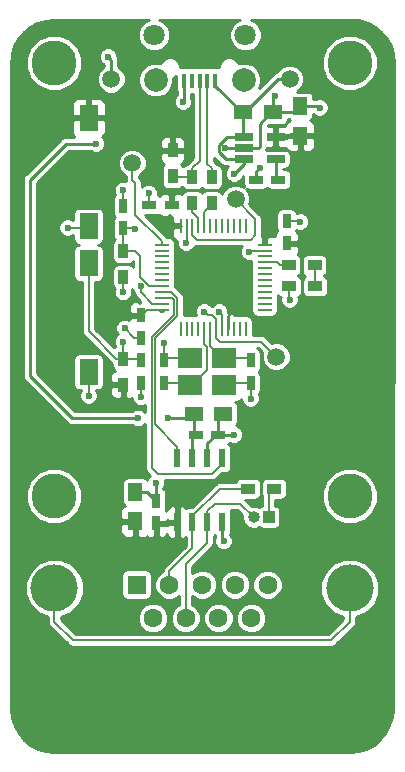
<source format=gbr>
G04 #@! TF.GenerationSoftware,KiCad,Pcbnew,(5.0.1)-3*
G04 #@! TF.CreationDate,2018-11-07T22:07:08+02:00*
G04 #@! TF.ProjectId,stm32-can,73746D33322D63616E2E6B696361645F,rev?*
G04 #@! TF.SameCoordinates,Original*
G04 #@! TF.FileFunction,Copper,L1,Top,Signal*
G04 #@! TF.FilePolarity,Positive*
%FSLAX46Y46*%
G04 Gerber Fmt 4.6, Leading zero omitted, Abs format (unit mm)*
G04 Created by KiCad (PCBNEW (5.0.1)-3) date 07-Nov-18 10:07:08 PM*
%MOMM*%
%LPD*%
G01*
G04 APERTURE LIST*
G04 #@! TA.AperFunction,ComponentPad*
%ADD10R,1.000000X1.000000*%
G04 #@! TD*
G04 #@! TA.AperFunction,ComponentPad*
%ADD11O,1.000000X1.000000*%
G04 #@! TD*
G04 #@! TA.AperFunction,SMDPad,CuDef*
%ADD12R,1.500000X1.250000*%
G04 #@! TD*
G04 #@! TA.AperFunction,SMDPad,CuDef*
%ADD13R,1.200000X0.750000*%
G04 #@! TD*
G04 #@! TA.AperFunction,SMDPad,CuDef*
%ADD14R,1.250000X1.500000*%
G04 #@! TD*
G04 #@! TA.AperFunction,SMDPad,CuDef*
%ADD15R,0.750000X1.200000*%
G04 #@! TD*
G04 #@! TA.AperFunction,ComponentPad*
%ADD16R,1.600000X1.600000*%
G04 #@! TD*
G04 #@! TA.AperFunction,ComponentPad*
%ADD17C,1.600000*%
G04 #@! TD*
G04 #@! TA.AperFunction,ComponentPad*
%ADD18C,4.000000*%
G04 #@! TD*
G04 #@! TA.AperFunction,ComponentPad*
%ADD19C,1.800000*%
G04 #@! TD*
G04 #@! TA.AperFunction,ComponentPad*
%ADD20C,2.000000*%
G04 #@! TD*
G04 #@! TA.AperFunction,SMDPad,CuDef*
%ADD21R,0.450000X1.300000*%
G04 #@! TD*
G04 #@! TA.AperFunction,ComponentPad*
%ADD22C,3.800000*%
G04 #@! TD*
G04 #@! TA.AperFunction,SMDPad,CuDef*
%ADD23R,0.900000X1.200000*%
G04 #@! TD*
G04 #@! TA.AperFunction,SMDPad,CuDef*
%ADD24R,1.200000X0.900000*%
G04 #@! TD*
G04 #@! TA.AperFunction,SMDPad,CuDef*
%ADD25R,1.600000X2.180000*%
G04 #@! TD*
G04 #@! TA.AperFunction,BGAPad,CuDef*
%ADD26C,1.500000*%
G04 #@! TD*
G04 #@! TA.AperFunction,SMDPad,CuDef*
%ADD27R,0.600000X1.550000*%
G04 #@! TD*
G04 #@! TA.AperFunction,SMDPad,CuDef*
%ADD28R,1.560000X0.650000*%
G04 #@! TD*
G04 #@! TA.AperFunction,SMDPad,CuDef*
%ADD29R,1.300000X0.250000*%
G04 #@! TD*
G04 #@! TA.AperFunction,SMDPad,CuDef*
%ADD30R,0.250000X1.300000*%
G04 #@! TD*
G04 #@! TA.AperFunction,SMDPad,CuDef*
%ADD31R,2.100000X1.800000*%
G04 #@! TD*
G04 #@! TA.AperFunction,ViaPad*
%ADD32C,0.600000*%
G04 #@! TD*
G04 #@! TA.AperFunction,Conductor*
%ADD33C,0.250000*%
G04 #@! TD*
G04 #@! TA.AperFunction,Conductor*
%ADD34C,0.154000*%
G04 #@! TD*
G04 #@! TA.AperFunction,Conductor*
%ADD35C,0.254000*%
G04 #@! TD*
G04 APERTURE END LIST*
D10*
G04 #@! TO.P,JP1,1*
G04 #@! TO.N,Net-(JP1-Pad1)*
X202819000Y-79629000D03*
D11*
G04 #@! TO.P,JP1,2*
G04 #@! TO.N,CANH*
X201549000Y-79629000D03*
G04 #@! TD*
D12*
G04 #@! TO.P,C1,2*
G04 #@! TO.N,GND*
X198989000Y-70866000D03*
G04 #@! TO.P,C1,1*
G04 #@! TO.N,+5V*
X196489000Y-70866000D03*
G04 #@! TD*
D13*
G04 #@! TO.P,C2,1*
G04 #@! TO.N,+5V*
X196662000Y-72644000D03*
G04 #@! TO.P,C2,2*
G04 #@! TO.N,GND*
X198562000Y-72644000D03*
G04 #@! TD*
D14*
G04 #@! TO.P,C3,1*
G04 #@! TO.N,+3V3*
X191516000Y-79990000D03*
G04 #@! TO.P,C3,2*
G04 #@! TO.N,GND*
X191516000Y-77490000D03*
G04 #@! TD*
D15*
G04 #@! TO.P,C4,2*
G04 #@! TO.N,GND*
X193294000Y-78232000D03*
G04 #@! TO.P,C4,1*
G04 #@! TO.N,+3V3*
X193294000Y-80132000D03*
G04 #@! TD*
G04 #@! TO.P,C5,2*
G04 #@! TO.N,GND*
X190500000Y-53279000D03*
G04 #@! TO.P,C5,1*
G04 #@! TO.N,BOOT0*
X190500000Y-55179000D03*
G04 #@! TD*
G04 #@! TO.P,C6,1*
G04 #@! TO.N,~RST*
X192024000Y-66360000D03*
G04 #@! TO.P,C6,2*
G04 #@! TO.N,GND*
X192024000Y-68260000D03*
G04 #@! TD*
G04 #@! TO.P,C7,1*
G04 #@! TO.N,OSC_IN*
X193929000Y-68260000D03*
G04 #@! TO.P,C7,2*
G04 #@! TO.N,GND*
X193929000Y-66360000D03*
G04 #@! TD*
G04 #@! TO.P,C8,2*
G04 #@! TO.N,GND*
X201295000Y-68260000D03*
G04 #@! TO.P,C8,1*
G04 #@! TO.N,OSC_OUT*
X201295000Y-66360000D03*
G04 #@! TD*
D12*
G04 #@! TO.P,C9,2*
G04 #@! TO.N,GND*
X203180000Y-45339000D03*
G04 #@! TO.P,C9,1*
G04 #@! TO.N,+5V*
X200680000Y-45339000D03*
G04 #@! TD*
D13*
G04 #@! TO.P,C10,2*
G04 #@! TO.N,GND*
X201742000Y-51054000D03*
G04 #@! TO.P,C10,1*
G04 #@! TO.N,Net-(C10-Pad1)*
X203642000Y-51054000D03*
G04 #@! TD*
D14*
G04 #@! TO.P,C11,1*
G04 #@! TO.N,+3V3*
X205486000Y-47351000D03*
G04 #@! TO.P,C11,2*
G04 #@! TO.N,GND*
X205486000Y-44851000D03*
G04 #@! TD*
D13*
G04 #@! TO.P,C12,1*
G04 #@! TO.N,+3V3*
X194625000Y-53213000D03*
G04 #@! TO.P,C12,2*
G04 #@! TO.N,GND*
X192725000Y-53213000D03*
G04 #@! TD*
D15*
G04 #@! TO.P,C13,1*
G04 #@! TO.N,+3V3*
X204343000Y-56449000D03*
G04 #@! TO.P,C13,2*
G04 #@! TO.N,GND*
X204343000Y-54549000D03*
G04 #@! TD*
G04 #@! TO.P,C14,2*
G04 #@! TO.N,GND*
X192024000Y-64450000D03*
G04 #@! TO.P,C14,1*
G04 #@! TO.N,+3V3*
X192024000Y-62550000D03*
G04 #@! TD*
D16*
G04 #@! TO.P,CAN1,1*
G04 #@! TO.N,N/C*
X191643000Y-85344000D03*
D17*
G04 #@! TO.P,CAN1,2*
G04 #@! TO.N,CANL*
X194413000Y-85344000D03*
G04 #@! TO.P,CAN1,3*
G04 #@! TO.N,GND*
X197183000Y-85344000D03*
G04 #@! TO.P,CAN1,4*
G04 #@! TO.N,N/C*
X199953000Y-85344000D03*
G04 #@! TO.P,CAN1,5*
X202723000Y-85344000D03*
G04 #@! TO.P,CAN1,6*
X193028000Y-88184000D03*
G04 #@! TO.P,CAN1,7*
G04 #@! TO.N,CANH*
X195798000Y-88184000D03*
G04 #@! TO.P,CAN1,8*
G04 #@! TO.N,N/C*
X198568000Y-88184000D03*
G04 #@! TO.P,CAN1,9*
X201338000Y-88184000D03*
D18*
G04 #@! TO.P,CAN1,0*
G04 #@! TO.N,Net-(CAN1-Pad0)*
X184683000Y-85644000D03*
X209683000Y-85644000D03*
G04 #@! TD*
D19*
G04 #@! TO.P,J1,6*
G04 #@! TO.N,Net-(J1-Pad6)*
X193102000Y-38817000D03*
X200852000Y-38817000D03*
D20*
X193252000Y-42617000D03*
X200702000Y-42617000D03*
D21*
G04 #@! TO.P,J1,5*
G04 #@! TO.N,GND*
X195677000Y-42667000D03*
G04 #@! TO.P,J1,4*
G04 #@! TO.N,N/C*
X196327000Y-42667000D03*
G04 #@! TO.P,J1,3*
G04 #@! TO.N,Net-(J1-Pad3)*
X196977000Y-42667000D03*
G04 #@! TO.P,J1,2*
G04 #@! TO.N,Net-(J1-Pad2)*
X197627000Y-42667000D03*
G04 #@! TO.P,J1,1*
G04 #@! TO.N,+5V*
X198277000Y-42667000D03*
G04 #@! TD*
D22*
G04 #@! TO.P,MH1,1*
G04 #@! TO.N,N/C*
X184658000Y-41148000D03*
G04 #@! TD*
G04 #@! TO.P,MH2,1*
G04 #@! TO.N,N/C*
X184658000Y-77851000D03*
G04 #@! TD*
G04 #@! TO.P,MH3,1*
G04 #@! TO.N,N/C*
X209677000Y-77851000D03*
G04 #@! TD*
G04 #@! TO.P,MH4,1*
G04 #@! TO.N,N/C*
X209677000Y-41148000D03*
G04 #@! TD*
D23*
G04 #@! TO.P,R1,2*
G04 #@! TO.N,~RST*
X190500000Y-66210000D03*
G04 #@! TO.P,R1,1*
G04 #@! TO.N,+3V3*
X190500000Y-68410000D03*
G04 #@! TD*
G04 #@! TO.P,R2,2*
G04 #@! TO.N,GND*
X190500000Y-59309000D03*
G04 #@! TO.P,R2,1*
G04 #@! TO.N,BOOT0*
X190500000Y-57109000D03*
G04 #@! TD*
G04 #@! TO.P,R3,1*
G04 #@! TO.N,+3V3*
X194691000Y-48557000D03*
G04 #@! TO.P,R3,2*
G04 #@! TO.N,Net-(J1-Pad3)*
X194691000Y-50757000D03*
G04 #@! TD*
G04 #@! TO.P,R4,2*
G04 #@! TO.N,Net-(J1-Pad3)*
X196342000Y-50843000D03*
G04 #@! TO.P,R4,1*
G04 #@! TO.N,USB_DP*
X196342000Y-53043000D03*
G04 #@! TD*
G04 #@! TO.P,R5,2*
G04 #@! TO.N,Net-(J1-Pad2)*
X197993000Y-50843000D03*
G04 #@! TO.P,R5,1*
G04 #@! TO.N,USB_DM*
X197993000Y-53043000D03*
G04 #@! TD*
D24*
G04 #@! TO.P,R6,1*
G04 #@! TO.N,Status*
X204513000Y-58293000D03*
G04 #@! TO.P,R6,2*
G04 #@! TO.N,Net-(R6-Pad2)*
X206713000Y-58293000D03*
G04 #@! TD*
G04 #@! TO.P,Rterm1,1*
G04 #@! TO.N,Net-(JP1-Pad1)*
X203284000Y-77216000D03*
G04 #@! TO.P,Rterm1,2*
G04 #@! TO.N,CANL*
X201084000Y-77216000D03*
G04 #@! TD*
D25*
G04 #@! TO.P,SW1,1*
G04 #@! TO.N,+3V3*
X187579000Y-45829000D03*
G04 #@! TO.P,SW1,2*
G04 #@! TO.N,BOOT0*
X187579000Y-55009000D03*
G04 #@! TD*
G04 #@! TO.P,SW2,2*
G04 #@! TO.N,~RST*
X187579000Y-58148000D03*
G04 #@! TO.P,SW2,1*
G04 #@! TO.N,GND*
X187579000Y-67328000D03*
G04 #@! TD*
D26*
G04 #@! TO.P,TP1,1*
G04 #@! TO.N,~RST*
X203454000Y-66040000D03*
G04 #@! TD*
G04 #@! TO.P,TP2,1*
G04 #@! TO.N,SWCLK*
X191262000Y-49657000D03*
G04 #@! TD*
G04 #@! TO.P,TP3,1*
G04 #@! TO.N,SWDIO*
X200025000Y-52705000D03*
G04 #@! TD*
G04 #@! TO.P,TP4,1*
G04 #@! TO.N,+5V*
X204597000Y-42545000D03*
G04 #@! TD*
G04 #@! TO.P,TP5,1*
G04 #@! TO.N,GND*
X189484000Y-42545000D03*
G04 #@! TD*
D24*
G04 #@! TO.P,TXLED1,2*
G04 #@! TO.N,Net-(R6-Pad2)*
X206756000Y-60071000D03*
G04 #@! TO.P,TXLED1,1*
G04 #@! TO.N,GND*
X204556000Y-60071000D03*
G04 #@! TD*
D27*
G04 #@! TO.P,U1,8*
G04 #@! TO.N,GND*
X198882000Y-80043000D03*
G04 #@! TO.P,U1,7*
G04 #@! TO.N,CANH*
X197612000Y-80043000D03*
G04 #@! TO.P,U1,6*
G04 #@! TO.N,CANL*
X196342000Y-80043000D03*
G04 #@! TO.P,U1,5*
G04 #@! TO.N,+3V3*
X195072000Y-80043000D03*
G04 #@! TO.P,U1,4*
G04 #@! TO.N,CAN_Rx*
X195072000Y-74643000D03*
G04 #@! TO.P,U1,3*
G04 #@! TO.N,+5V*
X196342000Y-74643000D03*
G04 #@! TO.P,U1,2*
G04 #@! TO.N,GND*
X197612000Y-74643000D03*
G04 #@! TO.P,U1,1*
G04 #@! TO.N,CAN_Tx*
X198882000Y-74643000D03*
G04 #@! TD*
D28*
G04 #@! TO.P,U2,5*
G04 #@! TO.N,+3V3*
X203407000Y-47437000D03*
G04 #@! TO.P,U2,4*
G04 #@! TO.N,Net-(C10-Pad1)*
X203407000Y-49337000D03*
G04 #@! TO.P,U2,3*
G04 #@! TO.N,+5V*
X200707000Y-49337000D03*
G04 #@! TO.P,U2,2*
G04 #@! TO.N,GND*
X200707000Y-48387000D03*
G04 #@! TO.P,U2,1*
G04 #@! TO.N,+5V*
X200707000Y-47437000D03*
G04 #@! TD*
D29*
G04 #@! TO.P,U3,48*
G04 #@! TO.N,+3V3*
X193770000Y-62059000D03*
G04 #@! TO.P,U3,47*
G04 #@! TO.N,GND*
X193770000Y-61559000D03*
G04 #@! TO.P,U3,46*
G04 #@! TO.N,CAN_Tx*
X193770000Y-61059000D03*
G04 #@! TO.P,U3,45*
G04 #@! TO.N,CAN_Rx*
X193770000Y-60559000D03*
G04 #@! TO.P,U3,44*
G04 #@! TO.N,BOOT0*
X193770000Y-60059000D03*
G04 #@! TO.P,U3,43*
G04 #@! TO.N,N/C*
X193770000Y-59559000D03*
G04 #@! TO.P,U3,42*
X193770000Y-59059000D03*
G04 #@! TO.P,U3,41*
X193770000Y-58559000D03*
G04 #@! TO.P,U3,40*
X193770000Y-58059000D03*
G04 #@! TO.P,U3,39*
X193770000Y-57559000D03*
G04 #@! TO.P,U3,38*
X193770000Y-57059000D03*
G04 #@! TO.P,U3,37*
G04 #@! TO.N,SWCLK*
X193770000Y-56559000D03*
D30*
G04 #@! TO.P,U3,36*
G04 #@! TO.N,+3V3*
X195370000Y-54959000D03*
G04 #@! TO.P,U3,35*
G04 #@! TO.N,GND*
X195870000Y-54959000D03*
G04 #@! TO.P,U3,34*
G04 #@! TO.N,SWDIO*
X196370000Y-54959000D03*
G04 #@! TO.P,U3,33*
G04 #@! TO.N,USB_DP*
X196870000Y-54959000D03*
G04 #@! TO.P,U3,32*
G04 #@! TO.N,USB_DM*
X197370000Y-54959000D03*
G04 #@! TO.P,U3,31*
G04 #@! TO.N,N/C*
X197870000Y-54959000D03*
G04 #@! TO.P,U3,30*
X198370000Y-54959000D03*
G04 #@! TO.P,U3,29*
X198870000Y-54959000D03*
G04 #@! TO.P,U3,28*
X199370000Y-54959000D03*
G04 #@! TO.P,U3,27*
X199870000Y-54959000D03*
G04 #@! TO.P,U3,26*
X200370000Y-54959000D03*
G04 #@! TO.P,U3,25*
X200870000Y-54959000D03*
D29*
G04 #@! TO.P,U3,24*
G04 #@! TO.N,+3V3*
X202470000Y-56559000D03*
G04 #@! TO.P,U3,23*
G04 #@! TO.N,GND*
X202470000Y-57059000D03*
G04 #@! TO.P,U3,22*
G04 #@! TO.N,N/C*
X202470000Y-57559000D03*
G04 #@! TO.P,U3,21*
G04 #@! TO.N,Status*
X202470000Y-58059000D03*
G04 #@! TO.P,U3,20*
G04 #@! TO.N,N/C*
X202470000Y-58559000D03*
G04 #@! TO.P,U3,19*
X202470000Y-59059000D03*
G04 #@! TO.P,U3,18*
X202470000Y-59559000D03*
G04 #@! TO.P,U3,17*
X202470000Y-60059000D03*
G04 #@! TO.P,U3,16*
X202470000Y-60559000D03*
G04 #@! TO.P,U3,15*
X202470000Y-61059000D03*
G04 #@! TO.P,U3,14*
X202470000Y-61559000D03*
G04 #@! TO.P,U3,13*
X202470000Y-62059000D03*
D30*
G04 #@! TO.P,U3,12*
X200870000Y-63659000D03*
G04 #@! TO.P,U3,11*
X200370000Y-63659000D03*
G04 #@! TO.P,U3,10*
X199870000Y-63659000D03*
G04 #@! TO.P,U3,9*
G04 #@! TO.N,+3V3*
X199370000Y-63659000D03*
G04 #@! TO.P,U3,8*
G04 #@! TO.N,GND*
X198870000Y-63659000D03*
G04 #@! TO.P,U3,7*
G04 #@! TO.N,~RST*
X198370000Y-63659000D03*
G04 #@! TO.P,U3,6*
G04 #@! TO.N,OSC_OUT*
X197870000Y-63659000D03*
G04 #@! TO.P,U3,5*
G04 #@! TO.N,OSC_IN*
X197370000Y-63659000D03*
G04 #@! TO.P,U3,4*
G04 #@! TO.N,N/C*
X196870000Y-63659000D03*
G04 #@! TO.P,U3,3*
X196370000Y-63659000D03*
G04 #@! TO.P,U3,2*
X195870000Y-63659000D03*
G04 #@! TO.P,U3,1*
X195370000Y-63659000D03*
G04 #@! TD*
D31*
G04 #@! TO.P,Y1,4*
G04 #@! TO.N,GND*
X196162000Y-66160000D03*
G04 #@! TO.P,Y1,3*
G04 #@! TO.N,OSC_OUT*
X199062000Y-66160000D03*
G04 #@! TO.P,Y1,2*
G04 #@! TO.N,GND*
X199062000Y-68460000D03*
G04 #@! TO.P,Y1,1*
G04 #@! TO.N,OSC_IN*
X196162000Y-68460000D03*
G04 #@! TD*
D32*
G04 #@! TO.N,GND*
X195580000Y-44450000D03*
X189230000Y-40640000D03*
X199136000Y-48387000D03*
X202057000Y-50038000D03*
X207137000Y-44958000D03*
X203327000Y-43942000D03*
X201168000Y-57150000D03*
X204597000Y-61214000D03*
X198628000Y-62230000D03*
X201295000Y-69596000D03*
X193929000Y-64897000D03*
X199898000Y-72644000D03*
X199009000Y-81661000D03*
X193294000Y-76708000D03*
X192659000Y-52197000D03*
X195834000Y-56388000D03*
X190500000Y-51943000D03*
X192014567Y-60080433D03*
X190500000Y-60579000D03*
X187579000Y-69342000D03*
X192024000Y-69469000D03*
X205486000Y-54610000D03*
X190627000Y-63627000D03*
G04 #@! TO.N,+5V*
X199898000Y-50546000D03*
X191770000Y-71247000D03*
X194310000Y-71247000D03*
X188214000Y-48006000D03*
G04 #@! TO.N,BOOT0*
X191516000Y-55245000D03*
X185801000Y-55118000D03*
G04 #@! TO.N,~RST*
X190500000Y-64770000D03*
X197358000Y-62230000D03*
G04 #@! TD*
D33*
G04 #@! TO.N,GND*
X195677000Y-42667000D02*
X195677000Y-44353000D01*
X195677000Y-44353000D02*
X195580000Y-44450000D01*
X189484000Y-42545000D02*
X189484000Y-40894000D01*
X189484000Y-40894000D02*
X189230000Y-40640000D01*
X204998000Y-45339000D02*
X205486000Y-44851000D01*
X203180000Y-45339000D02*
X204998000Y-45339000D01*
X200707000Y-48387000D02*
X199136000Y-48387000D01*
X201742000Y-51054000D02*
X201742000Y-50353000D01*
X201742000Y-50353000D02*
X202057000Y-50038000D01*
X203055000Y-45339000D02*
X202057000Y-46337000D01*
X203180000Y-45339000D02*
X203055000Y-45339000D01*
X202057000Y-46337000D02*
X202057000Y-48260000D01*
X201930000Y-48387000D02*
X200707000Y-48387000D01*
X202057000Y-48260000D02*
X201930000Y-48387000D01*
X205486000Y-44851000D02*
X207030000Y-44851000D01*
X207030000Y-44851000D02*
X207137000Y-44958000D01*
X203180000Y-45339000D02*
X203180000Y-44089000D01*
X203180000Y-44089000D02*
X203327000Y-43942000D01*
D34*
X202470000Y-57059000D02*
X201259000Y-57059000D01*
X201259000Y-57059000D02*
X201168000Y-57150000D01*
X204556000Y-60071000D02*
X204556000Y-61173000D01*
X204556000Y-61173000D02*
X204597000Y-61214000D01*
X198870000Y-63659000D02*
X198870000Y-62472000D01*
X198870000Y-62472000D02*
X198628000Y-62230000D01*
X199262000Y-68260000D02*
X199062000Y-68460000D01*
X201295000Y-68260000D02*
X199262000Y-68260000D01*
X194129000Y-66160000D02*
X193929000Y-66360000D01*
X196162000Y-66160000D02*
X194129000Y-66160000D01*
X201295000Y-68260000D02*
X201295000Y-69596000D01*
X193929000Y-66360000D02*
X193929000Y-64897000D01*
D33*
X198562000Y-71293000D02*
X198989000Y-70866000D01*
X198562000Y-72644000D02*
X198562000Y-71293000D01*
X197612000Y-73618000D02*
X197612000Y-74643000D01*
X197612000Y-73369000D02*
X197612000Y-73618000D01*
X198337000Y-72644000D02*
X197612000Y-73369000D01*
X198562000Y-72644000D02*
X198337000Y-72644000D01*
X198562000Y-72644000D02*
X199898000Y-72644000D01*
X198882000Y-80043000D02*
X198882000Y-81534000D01*
X198882000Y-81534000D02*
X199009000Y-81661000D01*
X192552000Y-77490000D02*
X193294000Y-78232000D01*
X191516000Y-77490000D02*
X192552000Y-77490000D01*
X193294000Y-78232000D02*
X193294000Y-76708000D01*
D34*
X190566000Y-53213000D02*
X190500000Y-53279000D01*
X192725000Y-53213000D02*
X192725000Y-52263000D01*
X192725000Y-52263000D02*
X192659000Y-52197000D01*
X195870000Y-54959000D02*
X195870000Y-56352000D01*
X195870000Y-56352000D02*
X195834000Y-56388000D01*
X190500000Y-53279000D02*
X190500000Y-51943000D01*
X192014567Y-60607567D02*
X192014567Y-60080433D01*
X193770000Y-61559000D02*
X192966000Y-61559000D01*
X192966000Y-61559000D02*
X192014567Y-60607567D01*
X190500000Y-59309000D02*
X190500000Y-60579000D01*
X187579000Y-67328000D02*
X187579000Y-69342000D01*
X192024000Y-68260000D02*
X192024000Y-69469000D01*
X204343000Y-54549000D02*
X205425000Y-54549000D01*
X205425000Y-54549000D02*
X205486000Y-54610000D01*
X192024000Y-64450000D02*
X191450000Y-64450000D01*
X191450000Y-64450000D02*
X190627000Y-63627000D01*
D33*
G04 #@! TO.N,+5V*
X200524000Y-45339000D02*
X200680000Y-45339000D01*
X198277000Y-43092000D02*
X200524000Y-45339000D01*
X198277000Y-42667000D02*
X198277000Y-43092000D01*
X203599000Y-42545000D02*
X204597000Y-42545000D01*
X200805000Y-45339000D02*
X203599000Y-42545000D01*
X200680000Y-45339000D02*
X200805000Y-45339000D01*
X200680000Y-47410000D02*
X200707000Y-47437000D01*
X200680000Y-45339000D02*
X200680000Y-47410000D01*
X200707000Y-47437000D02*
X199308998Y-47437000D01*
X199324000Y-49337000D02*
X200707000Y-49337000D01*
X198590999Y-48154999D02*
X198590999Y-48730999D01*
X199308998Y-47437000D02*
X198590999Y-48154999D01*
X199197000Y-49337000D02*
X199324000Y-49337000D01*
X198590999Y-48730999D02*
X199197000Y-49337000D01*
X196342000Y-72964000D02*
X196662000Y-72644000D01*
X196342000Y-74643000D02*
X196342000Y-72964000D01*
X196489000Y-72471000D02*
X196662000Y-72644000D01*
X196489000Y-70866000D02*
X196489000Y-72471000D01*
X200707000Y-49337000D02*
X200707000Y-49737000D01*
X200707000Y-49737000D02*
X199898000Y-50546000D01*
X196108000Y-71247000D02*
X196489000Y-70866000D01*
X194310000Y-71247000D02*
X196108000Y-71247000D01*
X186182000Y-71247000D02*
X191770000Y-71247000D01*
X182626000Y-67691000D02*
X186182000Y-71247000D01*
X188214000Y-48006000D02*
X185674000Y-48006000D01*
X185674000Y-48006000D02*
X182626000Y-51054000D01*
X182626000Y-51054000D02*
X182626000Y-67691000D01*
G04 #@! TO.N,+3V3*
X194995000Y-54959000D02*
X194963000Y-54991000D01*
X195370000Y-54959000D02*
X194995000Y-54959000D01*
X199370000Y-63659000D02*
X199370000Y-62631000D01*
D34*
X192515000Y-62059000D02*
X192024000Y-62550000D01*
X193770000Y-62059000D02*
X192515000Y-62059000D01*
G04 #@! TO.N,BOOT0*
X192696000Y-60059000D02*
X191897000Y-59260000D01*
X193770000Y-60059000D02*
X192696000Y-60059000D01*
X191897000Y-59260000D02*
X191897000Y-57531000D01*
X191475000Y-57109000D02*
X190500000Y-57109000D01*
X191897000Y-57531000D02*
X191475000Y-57109000D01*
X190500000Y-56355000D02*
X190500000Y-55179000D01*
X190500000Y-57109000D02*
X190500000Y-56355000D01*
X190330000Y-55009000D02*
X190500000Y-55179000D01*
X191450000Y-55179000D02*
X191516000Y-55245000D01*
X190500000Y-55179000D02*
X191450000Y-55179000D01*
X187470000Y-55118000D02*
X187579000Y-55009000D01*
X185801000Y-55118000D02*
X187470000Y-55118000D01*
G04 #@! TO.N,~RST*
X189896000Y-66210000D02*
X190500000Y-66210000D01*
X187579000Y-63893000D02*
X189896000Y-66210000D01*
X187579000Y-58148000D02*
X187579000Y-63893000D01*
X191874000Y-66210000D02*
X192024000Y-66360000D01*
X190500000Y-66210000D02*
X191874000Y-66210000D01*
X190500000Y-66210000D02*
X190500000Y-64770000D01*
X198370000Y-62855000D02*
X198370000Y-63659000D01*
X198044999Y-62529999D02*
X198370000Y-62855000D01*
X197657999Y-62529999D02*
X198044999Y-62529999D01*
X197358000Y-62230000D02*
X197657999Y-62529999D01*
X198370000Y-64463000D02*
X198677000Y-64770000D01*
X198370000Y-63659000D02*
X198370000Y-64463000D01*
X202184000Y-64770000D02*
X203454000Y-66040000D01*
X198677000Y-64770000D02*
X202184000Y-64770000D01*
G04 #@! TO.N,OSC_IN*
X196312000Y-68460000D02*
X196162000Y-68460000D01*
X197612000Y-67160000D02*
X196312000Y-68460000D01*
X197612000Y-65247508D02*
X197612000Y-67160000D01*
X197370000Y-65005508D02*
X197612000Y-65247508D01*
X197370000Y-63659000D02*
X197370000Y-65005508D01*
X195962000Y-68260000D02*
X196162000Y-68460000D01*
X193929000Y-68260000D02*
X195962000Y-68260000D01*
G04 #@! TO.N,OSC_OUT*
X198912000Y-66160000D02*
X199062000Y-66160000D01*
X197858000Y-65106000D02*
X198912000Y-66160000D01*
X197858000Y-64980000D02*
X197858000Y-65106000D01*
X197870000Y-64968000D02*
X197858000Y-64980000D01*
X197870000Y-63659000D02*
X197870000Y-64968000D01*
X201095000Y-66160000D02*
X201295000Y-66360000D01*
X199062000Y-66160000D02*
X201095000Y-66160000D01*
D33*
G04 #@! TO.N,Net-(C10-Pad1)*
X203407000Y-50819000D02*
X203642000Y-51054000D01*
X203407000Y-49337000D02*
X203407000Y-50819000D01*
D34*
G04 #@! TO.N,CANL*
X196342000Y-79568000D02*
X196342000Y-80043000D01*
X198694000Y-77216000D02*
X196342000Y-79568000D01*
X201084000Y-77216000D02*
X198694000Y-77216000D01*
X196342000Y-80972000D02*
X196342000Y-80043000D01*
X196342000Y-82283630D02*
X196342000Y-80972000D01*
X194413000Y-84212630D02*
X196342000Y-82283630D01*
X194413000Y-85344000D02*
X194413000Y-84212630D01*
G04 #@! TO.N,CANH*
X197612000Y-79114000D02*
X198240000Y-78486000D01*
X197612000Y-80043000D02*
X197612000Y-79114000D01*
X200406000Y-78486000D02*
X201549000Y-79629000D01*
X198240000Y-78486000D02*
X200406000Y-78486000D01*
X195798000Y-88184000D02*
X195798000Y-83602000D01*
X197612000Y-81788000D02*
X197612000Y-80043000D01*
X195798000Y-83602000D02*
X197612000Y-81788000D01*
G04 #@! TO.N,Net-(CAN1-Pad0)*
X184683000Y-88472427D02*
X186253573Y-90043000D01*
X184683000Y-85644000D02*
X184683000Y-88472427D01*
X209683000Y-88472427D02*
X208112427Y-90043000D01*
X209683000Y-85644000D02*
X209683000Y-88472427D01*
X208112427Y-90043000D02*
X186253573Y-90043000D01*
G04 #@! TO.N,Net-(J1-Pad3)*
X196977000Y-43471000D02*
X196977000Y-42667000D01*
X196977000Y-49454000D02*
X196977000Y-43471000D01*
X196342000Y-50089000D02*
X196977000Y-49454000D01*
X196342000Y-50843000D02*
X196342000Y-50089000D01*
X194777000Y-50843000D02*
X194691000Y-50757000D01*
X196342000Y-50843000D02*
X194777000Y-50843000D01*
G04 #@! TO.N,Net-(J1-Pad2)*
X197627000Y-43471000D02*
X197627000Y-42667000D01*
X197627000Y-49723000D02*
X197627000Y-43471000D01*
X197993000Y-50089000D02*
X197627000Y-49723000D01*
X197993000Y-50843000D02*
X197993000Y-50089000D01*
G04 #@! TO.N,Net-(JP1-Pad1)*
X202819000Y-77681000D02*
X203284000Y-77216000D01*
X202819000Y-79629000D02*
X202819000Y-77681000D01*
G04 #@! TO.N,USB_DP*
X196870000Y-54325000D02*
X196870000Y-54959000D01*
X196342000Y-53797000D02*
X196870000Y-54325000D01*
X196342000Y-53043000D02*
X196342000Y-53797000D01*
G04 #@! TO.N,USB_DM*
X197370000Y-54155000D02*
X197370000Y-54959000D01*
X197370000Y-53816000D02*
X197370000Y-54155000D01*
X197993000Y-53193000D02*
X197370000Y-53816000D01*
X197993000Y-53043000D02*
X197993000Y-53193000D01*
G04 #@! TO.N,Status*
X203274000Y-58059000D02*
X202470000Y-58059000D01*
X203525000Y-58059000D02*
X203274000Y-58059000D01*
X203759000Y-58293000D02*
X203525000Y-58059000D01*
X204513000Y-58293000D02*
X203759000Y-58293000D01*
G04 #@! TO.N,Net-(R6-Pad2)*
X206756000Y-58336000D02*
X206713000Y-58293000D01*
X206756000Y-60071000D02*
X206756000Y-58336000D01*
G04 #@! TO.N,SWCLK*
X191262000Y-51054000D02*
X191262000Y-50717660D01*
X191262000Y-50717660D02*
X191262000Y-49657000D01*
X191516000Y-54026000D02*
X191516000Y-51308000D01*
X193770000Y-56280000D02*
X191516000Y-54026000D01*
X193770000Y-56559000D02*
X193770000Y-56280000D01*
X191516000Y-51308000D02*
X191262000Y-51054000D01*
G04 #@! TO.N,SWDIO*
X196370000Y-55763000D02*
X196741000Y-56134000D01*
X196370000Y-54959000D02*
X196370000Y-55763000D01*
X196741000Y-56134000D02*
X201295000Y-56134000D01*
X201295000Y-56134000D02*
X201676000Y-55753000D01*
X201676000Y-54356000D02*
X200025000Y-52705000D01*
X201676000Y-55753000D02*
X201676000Y-54356000D01*
G04 #@! TO.N,CAN_Rx*
X194574000Y-60559000D02*
X195092011Y-61077011D01*
X195092011Y-62597499D02*
X193187011Y-64502499D01*
X195072000Y-73653490D02*
X195072000Y-73714000D01*
X195072000Y-73714000D02*
X195072000Y-74643000D01*
X193187011Y-71768501D02*
X195072000Y-73653490D01*
X193187011Y-64502499D02*
X193187011Y-71768501D01*
X195092011Y-61077011D02*
X195092011Y-62597499D01*
X193770000Y-60559000D02*
X194574000Y-60559000D01*
G04 #@! TO.N,CAN_Tx*
X194818000Y-61214000D02*
X194663000Y-61059000D01*
X194818000Y-62484000D02*
X194818000Y-61214000D01*
X198882000Y-75118000D02*
X198054000Y-75946000D01*
X198882000Y-74643000D02*
X198882000Y-75118000D01*
X198054000Y-75946000D02*
X193421000Y-75946000D01*
X193421000Y-75946000D02*
X192913000Y-75438000D01*
X192913000Y-75438000D02*
X192913000Y-64389000D01*
X194663000Y-61059000D02*
X193770000Y-61059000D01*
X192913000Y-64389000D02*
X194818000Y-62484000D01*
G04 #@! TD*
D35*
G04 #@! TO.N,+3V3*
G36*
X192321992Y-37649636D02*
X191934636Y-38036992D01*
X191725000Y-38543098D01*
X191725000Y-39090902D01*
X191934636Y-39597008D01*
X192321992Y-39984364D01*
X192828098Y-40194000D01*
X193375902Y-40194000D01*
X193882008Y-39984364D01*
X194269364Y-39597008D01*
X194479000Y-39090902D01*
X194479000Y-38543098D01*
X194269364Y-38036992D01*
X193882008Y-37649636D01*
X193542483Y-37509000D01*
X200411517Y-37509000D01*
X200071992Y-37649636D01*
X199684636Y-38036992D01*
X199475000Y-38543098D01*
X199475000Y-39090902D01*
X199684636Y-39597008D01*
X200071992Y-39984364D01*
X200578098Y-40194000D01*
X201125902Y-40194000D01*
X201632008Y-39984364D01*
X202019364Y-39597008D01*
X202229000Y-39090902D01*
X202229000Y-38543098D01*
X202019364Y-38036992D01*
X201632008Y-37649636D01*
X201292483Y-37509000D01*
X209776998Y-37509000D01*
X210510308Y-37580902D01*
X211189706Y-37786025D01*
X211816328Y-38119205D01*
X212366295Y-38567747D01*
X212818673Y-39114579D01*
X213156218Y-39738854D01*
X213366081Y-40416807D01*
X213442997Y-41148617D01*
X213316063Y-95857362D01*
X213244098Y-96591308D01*
X213038975Y-97270706D01*
X212705795Y-97897328D01*
X212257253Y-98447295D01*
X211710421Y-98899673D01*
X211086144Y-99237219D01*
X210408188Y-99447082D01*
X209676374Y-99523998D01*
X209675937Y-99524000D01*
X184684993Y-99524000D01*
X183951692Y-99452098D01*
X183272294Y-99246975D01*
X182645672Y-98913795D01*
X182095705Y-98465253D01*
X181643327Y-97918421D01*
X181305781Y-97294144D01*
X181095918Y-96616188D01*
X181019002Y-95884374D01*
X181019000Y-95883937D01*
X181019000Y-85151294D01*
X182206000Y-85151294D01*
X182206000Y-86136706D01*
X182583101Y-87047108D01*
X183279892Y-87743899D01*
X184129001Y-88095612D01*
X184129001Y-88417865D01*
X184118148Y-88472427D01*
X184161144Y-88688586D01*
X184252682Y-88825582D01*
X184252683Y-88825583D01*
X184283590Y-88871838D01*
X184329844Y-88902744D01*
X185823256Y-90396157D01*
X185854162Y-90442411D01*
X186037413Y-90564856D01*
X186199011Y-90597000D01*
X186199015Y-90597000D01*
X186253573Y-90607852D01*
X186308131Y-90597000D01*
X208057869Y-90597000D01*
X208112427Y-90607852D01*
X208166985Y-90597000D01*
X208166989Y-90597000D01*
X208328587Y-90564856D01*
X208511838Y-90442411D01*
X208542746Y-90396154D01*
X210036157Y-88902744D01*
X210082411Y-88871838D01*
X210113319Y-88825582D01*
X210204856Y-88688587D01*
X210204856Y-88688586D01*
X210237000Y-88526989D01*
X210237000Y-88526985D01*
X210247852Y-88472427D01*
X210237000Y-88417869D01*
X210237000Y-88095611D01*
X211086108Y-87743899D01*
X211782899Y-87047108D01*
X212160000Y-86136706D01*
X212160000Y-85151294D01*
X211782899Y-84240892D01*
X211086108Y-83544101D01*
X210175706Y-83167000D01*
X209190294Y-83167000D01*
X208279892Y-83544101D01*
X207583101Y-84240892D01*
X207206000Y-85151294D01*
X207206000Y-86136706D01*
X207583101Y-87047108D01*
X208279892Y-87743899D01*
X209129001Y-88095612D01*
X209129001Y-88242952D01*
X207882954Y-89489000D01*
X186483047Y-89489000D01*
X185237000Y-88242954D01*
X185237000Y-88095611D01*
X185636846Y-87929989D01*
X191751000Y-87929989D01*
X191751000Y-88438011D01*
X191945412Y-88907362D01*
X192304638Y-89266588D01*
X192773989Y-89461000D01*
X193282011Y-89461000D01*
X193751362Y-89266588D01*
X194110588Y-88907362D01*
X194305000Y-88438011D01*
X194305000Y-87929989D01*
X194110588Y-87460638D01*
X193751362Y-87101412D01*
X193282011Y-86907000D01*
X192773989Y-86907000D01*
X192304638Y-87101412D01*
X191945412Y-87460638D01*
X191751000Y-87929989D01*
X185636846Y-87929989D01*
X186086108Y-87743899D01*
X186782899Y-87047108D01*
X187160000Y-86136706D01*
X187160000Y-85151294D01*
X186908451Y-84544000D01*
X190356656Y-84544000D01*
X190356656Y-86144000D01*
X190393677Y-86330116D01*
X190499103Y-86487897D01*
X190656884Y-86593323D01*
X190843000Y-86630344D01*
X192443000Y-86630344D01*
X192629116Y-86593323D01*
X192786897Y-86487897D01*
X192892323Y-86330116D01*
X192929344Y-86144000D01*
X192929344Y-85089989D01*
X193136000Y-85089989D01*
X193136000Y-85598011D01*
X193330412Y-86067362D01*
X193689638Y-86426588D01*
X194158989Y-86621000D01*
X194667011Y-86621000D01*
X195136362Y-86426588D01*
X195244000Y-86318950D01*
X195244000Y-87031260D01*
X195074638Y-87101412D01*
X194715412Y-87460638D01*
X194521000Y-87929989D01*
X194521000Y-88438011D01*
X194715412Y-88907362D01*
X195074638Y-89266588D01*
X195543989Y-89461000D01*
X196052011Y-89461000D01*
X196521362Y-89266588D01*
X196880588Y-88907362D01*
X197075000Y-88438011D01*
X197075000Y-87929989D01*
X197291000Y-87929989D01*
X197291000Y-88438011D01*
X197485412Y-88907362D01*
X197844638Y-89266588D01*
X198313989Y-89461000D01*
X198822011Y-89461000D01*
X199291362Y-89266588D01*
X199650588Y-88907362D01*
X199845000Y-88438011D01*
X199845000Y-87929989D01*
X200061000Y-87929989D01*
X200061000Y-88438011D01*
X200255412Y-88907362D01*
X200614638Y-89266588D01*
X201083989Y-89461000D01*
X201592011Y-89461000D01*
X202061362Y-89266588D01*
X202420588Y-88907362D01*
X202615000Y-88438011D01*
X202615000Y-87929989D01*
X202420588Y-87460638D01*
X202061362Y-87101412D01*
X201592011Y-86907000D01*
X201083989Y-86907000D01*
X200614638Y-87101412D01*
X200255412Y-87460638D01*
X200061000Y-87929989D01*
X199845000Y-87929989D01*
X199650588Y-87460638D01*
X199291362Y-87101412D01*
X198822011Y-86907000D01*
X198313989Y-86907000D01*
X197844638Y-87101412D01*
X197485412Y-87460638D01*
X197291000Y-87929989D01*
X197075000Y-87929989D01*
X196880588Y-87460638D01*
X196521362Y-87101412D01*
X196352000Y-87031260D01*
X196352000Y-86318950D01*
X196459638Y-86426588D01*
X196928989Y-86621000D01*
X197437011Y-86621000D01*
X197906362Y-86426588D01*
X198265588Y-86067362D01*
X198460000Y-85598011D01*
X198460000Y-85089989D01*
X198676000Y-85089989D01*
X198676000Y-85598011D01*
X198870412Y-86067362D01*
X199229638Y-86426588D01*
X199698989Y-86621000D01*
X200207011Y-86621000D01*
X200676362Y-86426588D01*
X201035588Y-86067362D01*
X201230000Y-85598011D01*
X201230000Y-85089989D01*
X201446000Y-85089989D01*
X201446000Y-85598011D01*
X201640412Y-86067362D01*
X201999638Y-86426588D01*
X202468989Y-86621000D01*
X202977011Y-86621000D01*
X203446362Y-86426588D01*
X203805588Y-86067362D01*
X204000000Y-85598011D01*
X204000000Y-85089989D01*
X203805588Y-84620638D01*
X203446362Y-84261412D01*
X202977011Y-84067000D01*
X202468989Y-84067000D01*
X201999638Y-84261412D01*
X201640412Y-84620638D01*
X201446000Y-85089989D01*
X201230000Y-85089989D01*
X201035588Y-84620638D01*
X200676362Y-84261412D01*
X200207011Y-84067000D01*
X199698989Y-84067000D01*
X199229638Y-84261412D01*
X198870412Y-84620638D01*
X198676000Y-85089989D01*
X198460000Y-85089989D01*
X198265588Y-84620638D01*
X197906362Y-84261412D01*
X197437011Y-84067000D01*
X196928989Y-84067000D01*
X196459638Y-84261412D01*
X196352000Y-84369050D01*
X196352000Y-83831473D01*
X197965160Y-82218315D01*
X198011411Y-82187411D01*
X198042315Y-82141160D01*
X198042318Y-82141157D01*
X198091553Y-82067471D01*
X198133856Y-82004160D01*
X198166000Y-81842562D01*
X198166000Y-81842557D01*
X198176852Y-81788001D01*
X198166000Y-81733444D01*
X198166000Y-81221964D01*
X198247000Y-81167842D01*
X198280001Y-81189892D01*
X198280001Y-81390561D01*
X198232000Y-81506445D01*
X198232000Y-81815555D01*
X198350291Y-82101135D01*
X198568865Y-82319709D01*
X198854445Y-82438000D01*
X199163555Y-82438000D01*
X199449135Y-82319709D01*
X199667709Y-82101135D01*
X199786000Y-81815555D01*
X199786000Y-81506445D01*
X199667709Y-81220865D01*
X199559080Y-81112236D01*
X199631323Y-81004116D01*
X199668344Y-80818000D01*
X199668344Y-79268000D01*
X199631323Y-79081884D01*
X199603337Y-79040000D01*
X200176527Y-79040000D01*
X200588144Y-79451618D01*
X200552860Y-79629000D01*
X200628687Y-80010206D01*
X200844623Y-80333377D01*
X201167794Y-80549313D01*
X201452777Y-80606000D01*
X201645223Y-80606000D01*
X201930206Y-80549313D01*
X202009837Y-80496105D01*
X202132884Y-80578323D01*
X202319000Y-80615344D01*
X203319000Y-80615344D01*
X203505116Y-80578323D01*
X203662897Y-80472897D01*
X203768323Y-80315116D01*
X203805344Y-80129000D01*
X203805344Y-79129000D01*
X203768323Y-78942884D01*
X203662897Y-78785103D01*
X203505116Y-78679677D01*
X203373000Y-78653397D01*
X203373000Y-78152344D01*
X203884000Y-78152344D01*
X204070116Y-78115323D01*
X204227897Y-78009897D01*
X204333323Y-77852116D01*
X204370344Y-77666000D01*
X204370344Y-77378185D01*
X207300000Y-77378185D01*
X207300000Y-78323815D01*
X207661877Y-79197462D01*
X208330538Y-79866123D01*
X209204185Y-80228000D01*
X210149815Y-80228000D01*
X211023462Y-79866123D01*
X211692123Y-79197462D01*
X212054000Y-78323815D01*
X212054000Y-77378185D01*
X211692123Y-76504538D01*
X211023462Y-75835877D01*
X210149815Y-75474000D01*
X209204185Y-75474000D01*
X208330538Y-75835877D01*
X207661877Y-76504538D01*
X207300000Y-77378185D01*
X204370344Y-77378185D01*
X204370344Y-76766000D01*
X204333323Y-76579884D01*
X204227897Y-76422103D01*
X204070116Y-76316677D01*
X203884000Y-76279656D01*
X202684000Y-76279656D01*
X202497884Y-76316677D01*
X202340103Y-76422103D01*
X202234677Y-76579884D01*
X202197656Y-76766000D01*
X202197656Y-77666000D01*
X202234677Y-77852116D01*
X202265001Y-77897499D01*
X202265001Y-78653397D01*
X202132884Y-78679677D01*
X202009837Y-78761895D01*
X201930206Y-78708687D01*
X201645223Y-78652000D01*
X201452777Y-78652000D01*
X201371618Y-78668144D01*
X200855817Y-78152344D01*
X201684000Y-78152344D01*
X201870116Y-78115323D01*
X202027897Y-78009897D01*
X202133323Y-77852116D01*
X202170344Y-77666000D01*
X202170344Y-76766000D01*
X202133323Y-76579884D01*
X202027897Y-76422103D01*
X201870116Y-76316677D01*
X201684000Y-76279656D01*
X200484000Y-76279656D01*
X200297884Y-76316677D01*
X200140103Y-76422103D01*
X200034677Y-76579884D01*
X200018343Y-76662000D01*
X198748556Y-76662000D01*
X198693999Y-76651148D01*
X198639443Y-76662000D01*
X198639438Y-76662000D01*
X198477840Y-76694144D01*
X198409212Y-76740000D01*
X198340843Y-76785682D01*
X198340840Y-76785685D01*
X198294589Y-76816589D01*
X198263685Y-76862840D01*
X196344871Y-78781656D01*
X196042000Y-78781656D01*
X195855884Y-78818677D01*
X195834794Y-78832769D01*
X195731699Y-78729673D01*
X195498310Y-78633000D01*
X195357750Y-78633000D01*
X195199000Y-78791750D01*
X195199000Y-79916000D01*
X195219000Y-79916000D01*
X195219000Y-80170000D01*
X195199000Y-80170000D01*
X195199000Y-81294250D01*
X195357750Y-81453000D01*
X195498310Y-81453000D01*
X195731699Y-81356327D01*
X195788001Y-81300025D01*
X195788000Y-82054156D01*
X194059844Y-83782313D01*
X194013590Y-83813219D01*
X193982684Y-83859473D01*
X193982682Y-83859475D01*
X193891144Y-83996471D01*
X193851806Y-84194240D01*
X193689638Y-84261412D01*
X193330412Y-84620638D01*
X193136000Y-85089989D01*
X192929344Y-85089989D01*
X192929344Y-84544000D01*
X192892323Y-84357884D01*
X192786897Y-84200103D01*
X192629116Y-84094677D01*
X192443000Y-84057656D01*
X190843000Y-84057656D01*
X190656884Y-84094677D01*
X190499103Y-84200103D01*
X190393677Y-84357884D01*
X190356656Y-84544000D01*
X186908451Y-84544000D01*
X186782899Y-84240892D01*
X186086108Y-83544101D01*
X185175706Y-83167000D01*
X184190294Y-83167000D01*
X183279892Y-83544101D01*
X182583101Y-84240892D01*
X182206000Y-85151294D01*
X181019000Y-85151294D01*
X181019000Y-80275750D01*
X190256000Y-80275750D01*
X190256000Y-80866309D01*
X190352673Y-81099698D01*
X190531301Y-81278327D01*
X190764690Y-81375000D01*
X191230250Y-81375000D01*
X191389000Y-81216250D01*
X191389000Y-80117000D01*
X190414750Y-80117000D01*
X190256000Y-80275750D01*
X181019000Y-80275750D01*
X181019000Y-77378185D01*
X182281000Y-77378185D01*
X182281000Y-78323815D01*
X182642877Y-79197462D01*
X183311538Y-79866123D01*
X184185185Y-80228000D01*
X185130815Y-80228000D01*
X186004462Y-79866123D01*
X186673123Y-79197462D01*
X187035000Y-78323815D01*
X187035000Y-77378185D01*
X186673123Y-76504538D01*
X186004462Y-75835877D01*
X185130815Y-75474000D01*
X184185185Y-75474000D01*
X183311538Y-75835877D01*
X182642877Y-76504538D01*
X182281000Y-77378185D01*
X181019000Y-77378185D01*
X181019000Y-51054000D01*
X182012208Y-51054000D01*
X182024000Y-51113283D01*
X182024001Y-67631712D01*
X182012208Y-67691000D01*
X182058930Y-67925888D01*
X182158399Y-68074755D01*
X182158402Y-68074758D01*
X182191984Y-68125017D01*
X182242243Y-68158599D01*
X185714399Y-71630755D01*
X185747983Y-71681017D01*
X185798245Y-71714601D01*
X185947110Y-71814070D01*
X185947111Y-71814070D01*
X185947112Y-71814071D01*
X186122712Y-71849000D01*
X186122716Y-71849000D01*
X186181999Y-71860792D01*
X186241282Y-71849000D01*
X191273156Y-71849000D01*
X191329865Y-71905709D01*
X191615445Y-72024000D01*
X191924555Y-72024000D01*
X192210135Y-71905709D01*
X192359000Y-71756844D01*
X192359000Y-75383442D01*
X192348148Y-75438000D01*
X192359000Y-75492558D01*
X192359000Y-75492561D01*
X192391144Y-75654159D01*
X192513589Y-75837411D01*
X192559846Y-75868319D01*
X192797341Y-76105815D01*
X192635291Y-76267865D01*
X192544947Y-76485974D01*
X192484897Y-76396103D01*
X192327116Y-76290677D01*
X192141000Y-76253656D01*
X190891000Y-76253656D01*
X190704884Y-76290677D01*
X190547103Y-76396103D01*
X190441677Y-76553884D01*
X190404656Y-76740000D01*
X190404656Y-78240000D01*
X190441677Y-78426116D01*
X190547103Y-78583897D01*
X190649867Y-78652561D01*
X190531301Y-78701673D01*
X190352673Y-78880302D01*
X190256000Y-79113691D01*
X190256000Y-79704250D01*
X190414750Y-79863000D01*
X191389000Y-79863000D01*
X191389000Y-79843000D01*
X191643000Y-79843000D01*
X191643000Y-79863000D01*
X191663000Y-79863000D01*
X191663000Y-80117000D01*
X191643000Y-80117000D01*
X191643000Y-81216250D01*
X191801750Y-81375000D01*
X192267310Y-81375000D01*
X192500699Y-81278327D01*
X192534000Y-81245026D01*
X192559301Y-81270327D01*
X192792690Y-81367000D01*
X193008250Y-81367000D01*
X193167000Y-81208250D01*
X193167000Y-80259000D01*
X193421000Y-80259000D01*
X193421000Y-81208250D01*
X193579750Y-81367000D01*
X193795310Y-81367000D01*
X194028699Y-81270327D01*
X194200768Y-81098257D01*
X194233673Y-81177698D01*
X194412301Y-81356327D01*
X194645690Y-81453000D01*
X194786250Y-81453000D01*
X194945000Y-81294250D01*
X194945000Y-80170000D01*
X194295750Y-80170000D01*
X194176000Y-80289750D01*
X194145250Y-80259000D01*
X193421000Y-80259000D01*
X193167000Y-80259000D01*
X193147000Y-80259000D01*
X193147000Y-80005000D01*
X193167000Y-80005000D01*
X193167000Y-79985000D01*
X193421000Y-79985000D01*
X193421000Y-80005000D01*
X194145250Y-80005000D01*
X194265000Y-79885250D01*
X194295750Y-79916000D01*
X194945000Y-79916000D01*
X194945000Y-78791750D01*
X194786250Y-78633000D01*
X194645690Y-78633000D01*
X194412301Y-78729673D01*
X194233673Y-78908302D01*
X194148633Y-79113607D01*
X194092215Y-79057189D01*
X194118323Y-79018116D01*
X194155344Y-78832000D01*
X194155344Y-77632000D01*
X194118323Y-77445884D01*
X194012897Y-77288103D01*
X193896000Y-77209995D01*
X193896000Y-77204844D01*
X193952709Y-77148135D01*
X194071000Y-76862555D01*
X194071000Y-76553445D01*
X194048862Y-76500000D01*
X197999442Y-76500000D01*
X198054000Y-76510852D01*
X198108558Y-76500000D01*
X198108562Y-76500000D01*
X198270160Y-76467856D01*
X198453411Y-76345411D01*
X198484319Y-76299154D01*
X198879130Y-75904344D01*
X199182000Y-75904344D01*
X199368116Y-75867323D01*
X199525897Y-75761897D01*
X199631323Y-75604116D01*
X199668344Y-75418000D01*
X199668344Y-73868000D01*
X199631323Y-73681884D01*
X199525897Y-73524103D01*
X199395266Y-73436818D01*
X199505897Y-73362897D01*
X199526984Y-73331339D01*
X199743445Y-73421000D01*
X200052555Y-73421000D01*
X200338135Y-73302709D01*
X200556709Y-73084135D01*
X200675000Y-72798555D01*
X200675000Y-72489445D01*
X200556709Y-72203865D01*
X200338135Y-71985291D01*
X200052555Y-71867000D01*
X200034852Y-71867000D01*
X200082897Y-71834897D01*
X200188323Y-71677116D01*
X200225344Y-71491000D01*
X200225344Y-70241000D01*
X200188323Y-70054884D01*
X200082897Y-69897103D01*
X200006931Y-69846344D01*
X200112000Y-69846344D01*
X200298116Y-69809323D01*
X200455897Y-69703897D01*
X200518000Y-69610953D01*
X200518000Y-69750555D01*
X200636291Y-70036135D01*
X200854865Y-70254709D01*
X201140445Y-70373000D01*
X201449555Y-70373000D01*
X201735135Y-70254709D01*
X201953709Y-70036135D01*
X202072000Y-69750555D01*
X202072000Y-69441445D01*
X201982339Y-69224984D01*
X202013897Y-69203897D01*
X202119323Y-69046116D01*
X202156344Y-68860000D01*
X202156344Y-67660000D01*
X202119323Y-67473884D01*
X202013897Y-67316103D01*
X202004763Y-67310000D01*
X202013897Y-67303897D01*
X202119323Y-67146116D01*
X202156344Y-66960000D01*
X202156344Y-65760000D01*
X202119323Y-65573884D01*
X202013897Y-65416103D01*
X201876055Y-65324000D01*
X201954527Y-65324000D01*
X202285421Y-65654895D01*
X202227000Y-65795935D01*
X202227000Y-66284065D01*
X202413800Y-66735039D01*
X202758961Y-67080200D01*
X203209935Y-67267000D01*
X203698065Y-67267000D01*
X204149039Y-67080200D01*
X204494200Y-66735039D01*
X204681000Y-66284065D01*
X204681000Y-65795935D01*
X204494200Y-65344961D01*
X204149039Y-64999800D01*
X203698065Y-64813000D01*
X203209935Y-64813000D01*
X203068895Y-64871421D01*
X202614318Y-64416845D01*
X202583411Y-64370589D01*
X202400160Y-64248144D01*
X202238562Y-64216000D01*
X202238558Y-64216000D01*
X202184000Y-64205148D01*
X202129442Y-64216000D01*
X201481344Y-64216000D01*
X201481344Y-63009000D01*
X201444323Y-62822884D01*
X201338897Y-62665103D01*
X201181116Y-62559677D01*
X200995000Y-62522656D01*
X200745000Y-62522656D01*
X200620000Y-62547520D01*
X200495000Y-62522656D01*
X200245000Y-62522656D01*
X200120000Y-62547520D01*
X199995000Y-62522656D01*
X199906682Y-62522656D01*
X199854699Y-62470673D01*
X199621310Y-62374000D01*
X199591250Y-62374000D01*
X199497002Y-62468248D01*
X199497002Y-62374000D01*
X199415360Y-62374000D01*
X199405000Y-62321919D01*
X199405000Y-62075445D01*
X199286709Y-61789865D01*
X199068135Y-61571291D01*
X198782555Y-61453000D01*
X198473445Y-61453000D01*
X198187865Y-61571291D01*
X197993000Y-61766156D01*
X197798135Y-61571291D01*
X197512555Y-61453000D01*
X197203445Y-61453000D01*
X196917865Y-61571291D01*
X196699291Y-61789865D01*
X196581000Y-62075445D01*
X196581000Y-62384555D01*
X196646333Y-62542282D01*
X196620000Y-62547520D01*
X196495000Y-62522656D01*
X196245000Y-62522656D01*
X196120000Y-62547520D01*
X195995000Y-62522656D01*
X195745000Y-62522656D01*
X195646011Y-62542346D01*
X195646011Y-61131567D01*
X195656863Y-61077010D01*
X195646011Y-61022454D01*
X195646011Y-61022449D01*
X195613867Y-60860851D01*
X195555560Y-60773589D01*
X195522329Y-60723854D01*
X195522326Y-60723851D01*
X195491422Y-60677600D01*
X195445170Y-60646696D01*
X195004319Y-60205845D01*
X194973411Y-60159589D01*
X194906344Y-60114776D01*
X194906344Y-59934000D01*
X194881480Y-59809000D01*
X194906344Y-59684000D01*
X194906344Y-59434000D01*
X194881480Y-59309000D01*
X194906344Y-59184000D01*
X194906344Y-58934000D01*
X194881480Y-58809000D01*
X194906344Y-58684000D01*
X194906344Y-58434000D01*
X194881480Y-58309000D01*
X194906344Y-58184000D01*
X194906344Y-57934000D01*
X194881480Y-57809000D01*
X194906344Y-57684000D01*
X194906344Y-57434000D01*
X194881480Y-57309000D01*
X194906344Y-57184000D01*
X194906344Y-56934000D01*
X194881480Y-56809000D01*
X194906344Y-56684000D01*
X194906344Y-56434000D01*
X194869323Y-56247884D01*
X194763897Y-56090103D01*
X194606116Y-55984677D01*
X194420000Y-55947656D01*
X194214225Y-55947656D01*
X194200318Y-55926843D01*
X194200315Y-55926840D01*
X194169411Y-55880589D01*
X194123160Y-55849685D01*
X192347817Y-54074344D01*
X193325000Y-54074344D01*
X193511116Y-54037323D01*
X193550189Y-54011215D01*
X193665302Y-54126327D01*
X193898691Y-54223000D01*
X194339250Y-54223000D01*
X194497998Y-54064252D01*
X194497998Y-54223000D01*
X194610000Y-54223000D01*
X194610000Y-54673250D01*
X194768750Y-54832000D01*
X195258656Y-54832000D01*
X195258656Y-55086000D01*
X194768750Y-55086000D01*
X194610000Y-55244750D01*
X194610000Y-55735309D01*
X194706673Y-55968698D01*
X194885301Y-56147327D01*
X195062303Y-56220644D01*
X195057000Y-56233445D01*
X195057000Y-56542555D01*
X195175291Y-56828135D01*
X195393865Y-57046709D01*
X195679445Y-57165000D01*
X195988555Y-57165000D01*
X196274135Y-57046709D01*
X196492709Y-56828135D01*
X196561083Y-56663065D01*
X196686438Y-56688000D01*
X196686443Y-56688000D01*
X196740999Y-56698852D01*
X196795556Y-56688000D01*
X200531156Y-56688000D01*
X200509291Y-56709865D01*
X200391000Y-56995445D01*
X200391000Y-57304555D01*
X200509291Y-57590135D01*
X200727865Y-57808709D01*
X201013445Y-57927000D01*
X201322555Y-57927000D01*
X201336170Y-57921360D01*
X201333656Y-57934000D01*
X201333656Y-58184000D01*
X201358520Y-58309000D01*
X201333656Y-58434000D01*
X201333656Y-58684000D01*
X201358520Y-58809000D01*
X201333656Y-58934000D01*
X201333656Y-59184000D01*
X201358520Y-59309000D01*
X201333656Y-59434000D01*
X201333656Y-59684000D01*
X201358520Y-59809000D01*
X201333656Y-59934000D01*
X201333656Y-60184000D01*
X201358520Y-60309000D01*
X201333656Y-60434000D01*
X201333656Y-60684000D01*
X201358520Y-60809000D01*
X201333656Y-60934000D01*
X201333656Y-61184000D01*
X201358520Y-61309000D01*
X201333656Y-61434000D01*
X201333656Y-61684000D01*
X201358520Y-61809000D01*
X201333656Y-61934000D01*
X201333656Y-62184000D01*
X201370677Y-62370116D01*
X201476103Y-62527897D01*
X201633884Y-62633323D01*
X201820000Y-62670344D01*
X203120000Y-62670344D01*
X203306116Y-62633323D01*
X203463897Y-62527897D01*
X203569323Y-62370116D01*
X203606344Y-62184000D01*
X203606344Y-61934000D01*
X203581480Y-61809000D01*
X203606344Y-61684000D01*
X203606344Y-61434000D01*
X203581480Y-61309000D01*
X203606344Y-61184000D01*
X203606344Y-60934000D01*
X203584331Y-60823333D01*
X203612103Y-60864897D01*
X203769884Y-60970323D01*
X203850291Y-60986317D01*
X203820000Y-61059445D01*
X203820000Y-61368555D01*
X203938291Y-61654135D01*
X204156865Y-61872709D01*
X204442445Y-61991000D01*
X204751555Y-61991000D01*
X205037135Y-61872709D01*
X205255709Y-61654135D01*
X205374000Y-61368555D01*
X205374000Y-61059445D01*
X205337467Y-60971248D01*
X205342116Y-60970323D01*
X205499897Y-60864897D01*
X205605323Y-60707116D01*
X205642344Y-60521000D01*
X205642344Y-59621000D01*
X205605323Y-59434884D01*
X205499897Y-59277103D01*
X205342116Y-59171677D01*
X205332791Y-59169822D01*
X205456897Y-59086897D01*
X205562323Y-58929116D01*
X205599344Y-58743000D01*
X205599344Y-57843000D01*
X205626656Y-57843000D01*
X205626656Y-58743000D01*
X205663677Y-58929116D01*
X205769103Y-59086897D01*
X205926884Y-59192323D01*
X205936209Y-59194178D01*
X205812103Y-59277103D01*
X205706677Y-59434884D01*
X205669656Y-59621000D01*
X205669656Y-60521000D01*
X205706677Y-60707116D01*
X205812103Y-60864897D01*
X205969884Y-60970323D01*
X206156000Y-61007344D01*
X207356000Y-61007344D01*
X207542116Y-60970323D01*
X207699897Y-60864897D01*
X207805323Y-60707116D01*
X207842344Y-60521000D01*
X207842344Y-59621000D01*
X207805323Y-59434884D01*
X207699897Y-59277103D01*
X207542116Y-59171677D01*
X207532791Y-59169822D01*
X207656897Y-59086897D01*
X207762323Y-58929116D01*
X207799344Y-58743000D01*
X207799344Y-57843000D01*
X207762323Y-57656884D01*
X207656897Y-57499103D01*
X207499116Y-57393677D01*
X207313000Y-57356656D01*
X206113000Y-57356656D01*
X205926884Y-57393677D01*
X205769103Y-57499103D01*
X205663677Y-57656884D01*
X205626656Y-57843000D01*
X205599344Y-57843000D01*
X205562323Y-57656884D01*
X205456897Y-57499103D01*
X205299116Y-57393677D01*
X205265332Y-57386957D01*
X205353000Y-57175309D01*
X205353000Y-56734750D01*
X205194250Y-56576000D01*
X204470000Y-56576000D01*
X204470000Y-56596000D01*
X204216000Y-56596000D01*
X204216000Y-56576000D01*
X204196000Y-56576000D01*
X204196000Y-56322000D01*
X204216000Y-56322000D01*
X204216000Y-56302000D01*
X204470000Y-56302000D01*
X204470000Y-56322000D01*
X205194250Y-56322000D01*
X205353000Y-56163250D01*
X205353000Y-55722691D01*
X205256327Y-55489302D01*
X205141215Y-55374189D01*
X205167323Y-55335116D01*
X205170281Y-55320244D01*
X205331445Y-55387000D01*
X205640555Y-55387000D01*
X205926135Y-55268709D01*
X206144709Y-55050135D01*
X206263000Y-54764555D01*
X206263000Y-54455445D01*
X206144709Y-54169865D01*
X205926135Y-53951291D01*
X205640555Y-53833000D01*
X205331445Y-53833000D01*
X205192701Y-53890469D01*
X205167323Y-53762884D01*
X205061897Y-53605103D01*
X204904116Y-53499677D01*
X204718000Y-53462656D01*
X203968000Y-53462656D01*
X203781884Y-53499677D01*
X203624103Y-53605103D01*
X203518677Y-53762884D01*
X203481656Y-53949000D01*
X203481656Y-55149000D01*
X203518677Y-55335116D01*
X203544785Y-55374189D01*
X203429673Y-55489302D01*
X203333000Y-55722691D01*
X203333000Y-55834909D01*
X203246309Y-55799000D01*
X202755750Y-55799000D01*
X202597000Y-55957750D01*
X202597000Y-56447656D01*
X202343000Y-56447656D01*
X202343000Y-55957750D01*
X202223830Y-55838580D01*
X202230000Y-55807562D01*
X202230000Y-55807557D01*
X202240852Y-55753001D01*
X202230000Y-55698444D01*
X202230000Y-54410558D01*
X202240852Y-54356000D01*
X202230000Y-54301442D01*
X202230000Y-54301438D01*
X202197856Y-54139840D01*
X202075411Y-53956589D01*
X202029157Y-53925683D01*
X201193579Y-53090105D01*
X201252000Y-52949065D01*
X201252000Y-52460935D01*
X201065200Y-52009961D01*
X200888613Y-51833374D01*
X200955884Y-51878323D01*
X201142000Y-51915344D01*
X202342000Y-51915344D01*
X202528116Y-51878323D01*
X202685897Y-51772897D01*
X202692000Y-51763763D01*
X202698103Y-51772897D01*
X202855884Y-51878323D01*
X203042000Y-51915344D01*
X204242000Y-51915344D01*
X204428116Y-51878323D01*
X204585897Y-51772897D01*
X204691323Y-51615116D01*
X204728344Y-51429000D01*
X204728344Y-50679000D01*
X204691323Y-50492884D01*
X204585897Y-50335103D01*
X204428116Y-50229677D01*
X204242000Y-50192656D01*
X204009000Y-50192656D01*
X204009000Y-50148344D01*
X204187000Y-50148344D01*
X204373116Y-50111323D01*
X204530897Y-50005897D01*
X204636323Y-49848116D01*
X204673344Y-49662000D01*
X204673344Y-49012000D01*
X204636323Y-48825884D01*
X204530897Y-48668103D01*
X204373116Y-48562677D01*
X204187000Y-48525656D01*
X202627000Y-48525656D01*
X202599912Y-48531044D01*
X202624071Y-48494888D01*
X202643542Y-48397000D01*
X203121250Y-48397000D01*
X203280000Y-48238250D01*
X203280000Y-47564000D01*
X203534000Y-47564000D01*
X203534000Y-48238250D01*
X203692750Y-48397000D01*
X204296288Y-48397000D01*
X204322673Y-48460698D01*
X204501301Y-48639327D01*
X204734690Y-48736000D01*
X205200250Y-48736000D01*
X205359000Y-48577250D01*
X205359000Y-47478000D01*
X205613000Y-47478000D01*
X205613000Y-48577250D01*
X205771750Y-48736000D01*
X206237310Y-48736000D01*
X206470699Y-48639327D01*
X206649327Y-48460698D01*
X206746000Y-48227309D01*
X206746000Y-47636750D01*
X206587250Y-47478000D01*
X205613000Y-47478000D01*
X205359000Y-47478000D01*
X204384750Y-47478000D01*
X204298750Y-47564000D01*
X203534000Y-47564000D01*
X203280000Y-47564000D01*
X203260000Y-47564000D01*
X203260000Y-47310000D01*
X203280000Y-47310000D01*
X203280000Y-46635750D01*
X203121250Y-46477000D01*
X202768356Y-46477000D01*
X202795012Y-46450344D01*
X203930000Y-46450344D01*
X204116116Y-46413323D01*
X204273897Y-46307897D01*
X204379323Y-46150116D01*
X204416344Y-45964000D01*
X204416344Y-45941000D01*
X204514499Y-45941000D01*
X204517103Y-45944897D01*
X204619867Y-46013561D01*
X204501301Y-46062673D01*
X204322673Y-46241302D01*
X204226000Y-46474691D01*
X204226000Y-46477000D01*
X203692750Y-46477000D01*
X203534000Y-46635750D01*
X203534000Y-47310000D01*
X204663250Y-47310000D01*
X204749250Y-47224000D01*
X205359000Y-47224000D01*
X205359000Y-47204000D01*
X205613000Y-47204000D01*
X205613000Y-47224000D01*
X206587250Y-47224000D01*
X206746000Y-47065250D01*
X206746000Y-46474691D01*
X206649327Y-46241302D01*
X206470699Y-46062673D01*
X206352133Y-46013561D01*
X206454897Y-45944897D01*
X206560323Y-45787116D01*
X206597344Y-45601000D01*
X206597344Y-45517188D01*
X206696865Y-45616709D01*
X206982445Y-45735000D01*
X207291555Y-45735000D01*
X207577135Y-45616709D01*
X207795709Y-45398135D01*
X207914000Y-45112555D01*
X207914000Y-44803445D01*
X207795709Y-44517865D01*
X207577135Y-44299291D01*
X207291555Y-44181000D01*
X206982445Y-44181000D01*
X206818278Y-44249000D01*
X206597344Y-44249000D01*
X206597344Y-44101000D01*
X206560323Y-43914884D01*
X206454897Y-43757103D01*
X206297116Y-43651677D01*
X206111000Y-43614656D01*
X205220926Y-43614656D01*
X205292039Y-43585200D01*
X205637200Y-43240039D01*
X205824000Y-42789065D01*
X205824000Y-42300935D01*
X205637200Y-41849961D01*
X205292039Y-41504800D01*
X204841065Y-41318000D01*
X204352935Y-41318000D01*
X203901961Y-41504800D01*
X203556800Y-41849961D01*
X203516336Y-41947650D01*
X203364112Y-41977929D01*
X203364110Y-41977930D01*
X203364111Y-41977930D01*
X203215244Y-42077399D01*
X203215242Y-42077401D01*
X203164983Y-42110983D01*
X203131401Y-42161242D01*
X202035563Y-43257080D01*
X202179000Y-42910794D01*
X202179000Y-42323206D01*
X201954140Y-41780347D01*
X201538653Y-41364860D01*
X200995794Y-41140000D01*
X200408206Y-41140000D01*
X200272647Y-41196151D01*
X200220484Y-41070220D01*
X199973780Y-40823516D01*
X199651446Y-40690000D01*
X199302554Y-40690000D01*
X198980220Y-40823516D01*
X198733516Y-41070220D01*
X198600000Y-41392554D01*
X198600000Y-41550150D01*
X198502000Y-41530656D01*
X198052000Y-41530656D01*
X197952000Y-41550547D01*
X197852000Y-41530656D01*
X197402000Y-41530656D01*
X197302000Y-41550547D01*
X197202000Y-41530656D01*
X196752000Y-41530656D01*
X196652000Y-41550547D01*
X196552000Y-41530656D01*
X196102000Y-41530656D01*
X196002000Y-41550547D01*
X195902000Y-41530656D01*
X195452000Y-41530656D01*
X195354000Y-41550150D01*
X195354000Y-41392554D01*
X195220484Y-41070220D01*
X194973780Y-40823516D01*
X194651446Y-40690000D01*
X194302554Y-40690000D01*
X193980220Y-40823516D01*
X193733516Y-41070220D01*
X193681353Y-41196151D01*
X193545794Y-41140000D01*
X192958206Y-41140000D01*
X192415347Y-41364860D01*
X191999860Y-41780347D01*
X191775000Y-42323206D01*
X191775000Y-42910794D01*
X191999860Y-43453653D01*
X192415347Y-43869140D01*
X192958206Y-44094000D01*
X193545794Y-44094000D01*
X194088653Y-43869140D01*
X194504140Y-43453653D01*
X194729000Y-42910794D01*
X194729000Y-42411876D01*
X194965656Y-42313849D01*
X194965656Y-43317000D01*
X195002677Y-43503116D01*
X195075001Y-43611356D01*
X195075001Y-43856155D01*
X194921291Y-44009865D01*
X194803000Y-44295445D01*
X194803000Y-44604555D01*
X194921291Y-44890135D01*
X195139865Y-45108709D01*
X195425445Y-45227000D01*
X195734555Y-45227000D01*
X196020135Y-45108709D01*
X196238709Y-44890135D01*
X196357000Y-44604555D01*
X196357000Y-44295445D01*
X196279000Y-44107136D01*
X196279000Y-43803344D01*
X196423001Y-43803344D01*
X196423000Y-49224526D01*
X195988844Y-49658683D01*
X195942590Y-49689589D01*
X195911684Y-49735843D01*
X195911682Y-49735845D01*
X195897777Y-49756656D01*
X195892000Y-49756656D01*
X195705884Y-49793677D01*
X195548103Y-49899103D01*
X195545232Y-49903400D01*
X195484897Y-49813103D01*
X195382133Y-49744439D01*
X195500699Y-49695327D01*
X195679327Y-49516698D01*
X195776000Y-49283309D01*
X195776000Y-48842750D01*
X195617250Y-48684000D01*
X194818000Y-48684000D01*
X194818000Y-48704000D01*
X194564000Y-48704000D01*
X194564000Y-48684000D01*
X193764750Y-48684000D01*
X193606000Y-48842750D01*
X193606000Y-49283309D01*
X193702673Y-49516698D01*
X193881301Y-49695327D01*
X193999867Y-49744439D01*
X193897103Y-49813103D01*
X193791677Y-49970884D01*
X193754656Y-50157000D01*
X193754656Y-51357000D01*
X193791677Y-51543116D01*
X193897103Y-51700897D01*
X194054884Y-51806323D01*
X194241000Y-51843344D01*
X195141000Y-51843344D01*
X195327116Y-51806323D01*
X195484897Y-51700897D01*
X195487768Y-51696600D01*
X195548103Y-51786897D01*
X195705884Y-51892323D01*
X195892000Y-51929344D01*
X196792000Y-51929344D01*
X196978116Y-51892323D01*
X197135897Y-51786897D01*
X197167500Y-51739600D01*
X197199103Y-51786897D01*
X197356884Y-51892323D01*
X197543000Y-51929344D01*
X198443000Y-51929344D01*
X198629116Y-51892323D01*
X198786897Y-51786897D01*
X198892323Y-51629116D01*
X198929344Y-51443000D01*
X198929344Y-50243000D01*
X198892323Y-50056884D01*
X198786897Y-49899103D01*
X198629116Y-49793677D01*
X198443000Y-49756656D01*
X198437225Y-49756656D01*
X198423318Y-49735843D01*
X198423315Y-49735840D01*
X198392411Y-49689589D01*
X198346159Y-49658684D01*
X198181000Y-49493526D01*
X198181000Y-49181064D01*
X198207242Y-49198598D01*
X198729401Y-49720757D01*
X198762983Y-49771017D01*
X198813242Y-49804599D01*
X198813244Y-49804601D01*
X198886294Y-49853411D01*
X198962112Y-49904071D01*
X199137712Y-49939000D01*
X199137717Y-49939000D01*
X199197000Y-49950792D01*
X199256283Y-49939000D01*
X199406156Y-49939000D01*
X199239291Y-50105865D01*
X199121000Y-50391445D01*
X199121000Y-50700555D01*
X199239291Y-50986135D01*
X199457865Y-51204709D01*
X199743445Y-51323000D01*
X200052555Y-51323000D01*
X200338135Y-51204709D01*
X200556709Y-50986135D01*
X200655656Y-50747256D01*
X200655656Y-51429000D01*
X200692677Y-51615116D01*
X200737626Y-51682387D01*
X200720039Y-51664800D01*
X200269065Y-51478000D01*
X199780935Y-51478000D01*
X199329961Y-51664800D01*
X198984800Y-52009961D01*
X198886272Y-52247828D01*
X198786897Y-52099103D01*
X198629116Y-51993677D01*
X198443000Y-51956656D01*
X197543000Y-51956656D01*
X197356884Y-51993677D01*
X197199103Y-52099103D01*
X197167500Y-52146400D01*
X197135897Y-52099103D01*
X196978116Y-51993677D01*
X196792000Y-51956656D01*
X195892000Y-51956656D01*
X195705884Y-51993677D01*
X195548103Y-52099103D01*
X195451070Y-52244323D01*
X195351309Y-52203000D01*
X194910750Y-52203000D01*
X194752000Y-52361750D01*
X194752000Y-53086000D01*
X194772000Y-53086000D01*
X194772000Y-53340000D01*
X194752000Y-53340000D01*
X194752000Y-53360000D01*
X194498000Y-53360000D01*
X194498000Y-53340000D01*
X194478000Y-53340000D01*
X194478000Y-53086000D01*
X194498000Y-53086000D01*
X194498000Y-52361750D01*
X194339250Y-52203000D01*
X193898691Y-52203000D01*
X193665302Y-52299673D01*
X193550189Y-52414785D01*
X193511116Y-52388677D01*
X193427512Y-52372047D01*
X193436000Y-52351555D01*
X193436000Y-52042445D01*
X193317709Y-51756865D01*
X193099135Y-51538291D01*
X192813555Y-51420000D01*
X192504445Y-51420000D01*
X192218865Y-51538291D01*
X192070000Y-51687156D01*
X192070000Y-51362556D01*
X192080852Y-51307999D01*
X192070000Y-51253443D01*
X192070000Y-51253438D01*
X192037856Y-51091840D01*
X191915411Y-50908589D01*
X191869156Y-50877682D01*
X191816000Y-50824526D01*
X191816000Y-50755620D01*
X191957039Y-50697200D01*
X192302200Y-50352039D01*
X192489000Y-49901065D01*
X192489000Y-49412935D01*
X192302200Y-48961961D01*
X191957039Y-48616800D01*
X191506065Y-48430000D01*
X191017935Y-48430000D01*
X190566961Y-48616800D01*
X190221800Y-48961961D01*
X190035000Y-49412935D01*
X190035000Y-49901065D01*
X190221800Y-50352039D01*
X190566961Y-50697200D01*
X190708000Y-50755620D01*
X190708000Y-50999442D01*
X190697148Y-51054000D01*
X190708000Y-51108558D01*
X190708000Y-51108561D01*
X190725250Y-51195283D01*
X190654555Y-51166000D01*
X190345445Y-51166000D01*
X190059865Y-51284291D01*
X189841291Y-51502865D01*
X189723000Y-51788445D01*
X189723000Y-52097555D01*
X189812661Y-52314016D01*
X189781103Y-52335103D01*
X189675677Y-52492884D01*
X189638656Y-52679000D01*
X189638656Y-53879000D01*
X189675677Y-54065116D01*
X189781103Y-54222897D01*
X189790237Y-54229000D01*
X189781103Y-54235103D01*
X189675677Y-54392884D01*
X189638656Y-54579000D01*
X189638656Y-55779000D01*
X189675677Y-55965116D01*
X189777450Y-56117430D01*
X189706103Y-56165103D01*
X189600677Y-56322884D01*
X189563656Y-56509000D01*
X189563656Y-57709000D01*
X189600677Y-57895116D01*
X189706103Y-58052897D01*
X189863884Y-58158323D01*
X190050000Y-58195344D01*
X190950000Y-58195344D01*
X191136116Y-58158323D01*
X191293897Y-58052897D01*
X191343001Y-57979408D01*
X191343000Y-58438591D01*
X191293897Y-58365103D01*
X191136116Y-58259677D01*
X190950000Y-58222656D01*
X190050000Y-58222656D01*
X189863884Y-58259677D01*
X189706103Y-58365103D01*
X189600677Y-58522884D01*
X189563656Y-58709000D01*
X189563656Y-59909000D01*
X189600677Y-60095116D01*
X189706103Y-60252897D01*
X189774991Y-60298927D01*
X189723000Y-60424445D01*
X189723000Y-60733555D01*
X189841291Y-61019135D01*
X190059865Y-61237709D01*
X190345445Y-61356000D01*
X190654555Y-61356000D01*
X190940135Y-61237709D01*
X191158709Y-61019135D01*
X191277000Y-60733555D01*
X191277000Y-60424445D01*
X191225009Y-60298927D01*
X191255588Y-60278494D01*
X191355858Y-60520568D01*
X191451418Y-60616128D01*
X191460567Y-60662125D01*
X191460567Y-60662128D01*
X191492711Y-60823726D01*
X191615156Y-61006978D01*
X191661413Y-61037886D01*
X191938526Y-61315000D01*
X191896998Y-61315000D01*
X191896998Y-61473748D01*
X191738250Y-61315000D01*
X191522690Y-61315000D01*
X191289301Y-61411673D01*
X191110673Y-61590302D01*
X191014000Y-61823691D01*
X191014000Y-62264250D01*
X191172750Y-62423000D01*
X191897000Y-62423000D01*
X191897000Y-62403000D01*
X192151000Y-62403000D01*
X192151000Y-62423000D01*
X192171000Y-62423000D01*
X192171000Y-62677000D01*
X192151000Y-62677000D01*
X192151000Y-62697000D01*
X191897000Y-62697000D01*
X191897000Y-62677000D01*
X191172750Y-62677000D01*
X191014000Y-62835750D01*
X191014000Y-62946282D01*
X190781555Y-62850000D01*
X190472445Y-62850000D01*
X190186865Y-62968291D01*
X189968291Y-63186865D01*
X189850000Y-63472445D01*
X189850000Y-63781555D01*
X189968291Y-64067135D01*
X190036156Y-64135000D01*
X189841291Y-64329865D01*
X189723000Y-64615445D01*
X189723000Y-64924555D01*
X189830143Y-65183222D01*
X189723771Y-65254297D01*
X188133000Y-63663527D01*
X188133000Y-59724344D01*
X188379000Y-59724344D01*
X188565116Y-59687323D01*
X188722897Y-59581897D01*
X188828323Y-59424116D01*
X188865344Y-59238000D01*
X188865344Y-57058000D01*
X188828323Y-56871884D01*
X188722897Y-56714103D01*
X188565116Y-56608677D01*
X188413407Y-56578500D01*
X188565116Y-56548323D01*
X188722897Y-56442897D01*
X188828323Y-56285116D01*
X188865344Y-56099000D01*
X188865344Y-53919000D01*
X188828323Y-53732884D01*
X188722897Y-53575103D01*
X188565116Y-53469677D01*
X188379000Y-53432656D01*
X186779000Y-53432656D01*
X186592884Y-53469677D01*
X186435103Y-53575103D01*
X186329677Y-53732884D01*
X186292656Y-53919000D01*
X186292656Y-54510812D01*
X186241135Y-54459291D01*
X185955555Y-54341000D01*
X185646445Y-54341000D01*
X185360865Y-54459291D01*
X185142291Y-54677865D01*
X185024000Y-54963445D01*
X185024000Y-55272555D01*
X185142291Y-55558135D01*
X185360865Y-55776709D01*
X185646445Y-55895000D01*
X185955555Y-55895000D01*
X186241135Y-55776709D01*
X186292656Y-55725188D01*
X186292656Y-56099000D01*
X186329677Y-56285116D01*
X186435103Y-56442897D01*
X186592884Y-56548323D01*
X186744593Y-56578500D01*
X186592884Y-56608677D01*
X186435103Y-56714103D01*
X186329677Y-56871884D01*
X186292656Y-57058000D01*
X186292656Y-59238000D01*
X186329677Y-59424116D01*
X186435103Y-59581897D01*
X186592884Y-59687323D01*
X186779000Y-59724344D01*
X187025000Y-59724344D01*
X187025001Y-63838437D01*
X187014148Y-63893000D01*
X187057144Y-64109159D01*
X187148682Y-64246155D01*
X187148684Y-64246157D01*
X187179590Y-64292411D01*
X187225844Y-64323317D01*
X189465683Y-66563157D01*
X189496589Y-66609411D01*
X189563656Y-66654224D01*
X189563656Y-66810000D01*
X189600677Y-66996116D01*
X189706103Y-67153897D01*
X189808867Y-67222561D01*
X189690301Y-67271673D01*
X189511673Y-67450302D01*
X189415000Y-67683691D01*
X189415000Y-68124250D01*
X189573750Y-68283000D01*
X190373000Y-68283000D01*
X190373000Y-68263000D01*
X190627000Y-68263000D01*
X190627000Y-68283000D01*
X190647000Y-68283000D01*
X190647000Y-68537000D01*
X190627000Y-68537000D01*
X190627000Y-69486250D01*
X190785750Y-69645000D01*
X191076310Y-69645000D01*
X191247000Y-69574298D01*
X191247000Y-69623555D01*
X191365291Y-69909135D01*
X191583865Y-70127709D01*
X191869445Y-70246000D01*
X192178555Y-70246000D01*
X192359000Y-70171257D01*
X192359000Y-70737156D01*
X192210135Y-70588291D01*
X191924555Y-70470000D01*
X191615445Y-70470000D01*
X191329865Y-70588291D01*
X191273156Y-70645000D01*
X186431356Y-70645000D01*
X183228000Y-67441644D01*
X183228000Y-66238000D01*
X186292656Y-66238000D01*
X186292656Y-68418000D01*
X186329677Y-68604116D01*
X186435103Y-68761897D01*
X186592884Y-68867323D01*
X186779000Y-68904344D01*
X186919264Y-68904344D01*
X186802000Y-69187445D01*
X186802000Y-69496555D01*
X186920291Y-69782135D01*
X187138865Y-70000709D01*
X187424445Y-70119000D01*
X187733555Y-70119000D01*
X188019135Y-70000709D01*
X188237709Y-69782135D01*
X188356000Y-69496555D01*
X188356000Y-69187445D01*
X188238736Y-68904344D01*
X188379000Y-68904344D01*
X188565116Y-68867323D01*
X188722897Y-68761897D01*
X188767095Y-68695750D01*
X189415000Y-68695750D01*
X189415000Y-69136309D01*
X189511673Y-69369698D01*
X189690301Y-69548327D01*
X189923690Y-69645000D01*
X190214250Y-69645000D01*
X190373000Y-69486250D01*
X190373000Y-68537000D01*
X189573750Y-68537000D01*
X189415000Y-68695750D01*
X188767095Y-68695750D01*
X188828323Y-68604116D01*
X188865344Y-68418000D01*
X188865344Y-66238000D01*
X188828323Y-66051884D01*
X188722897Y-65894103D01*
X188565116Y-65788677D01*
X188379000Y-65751656D01*
X186779000Y-65751656D01*
X186592884Y-65788677D01*
X186435103Y-65894103D01*
X186329677Y-66051884D01*
X186292656Y-66238000D01*
X183228000Y-66238000D01*
X183228000Y-51303356D01*
X185923357Y-48608000D01*
X187717156Y-48608000D01*
X187773865Y-48664709D01*
X188059445Y-48783000D01*
X188368555Y-48783000D01*
X188654135Y-48664709D01*
X188872709Y-48446135D01*
X188991000Y-48160555D01*
X188991000Y-47851445D01*
X188982404Y-47830691D01*
X193606000Y-47830691D01*
X193606000Y-48271250D01*
X193764750Y-48430000D01*
X194564000Y-48430000D01*
X194564000Y-47480750D01*
X194818000Y-47480750D01*
X194818000Y-48430000D01*
X195617250Y-48430000D01*
X195776000Y-48271250D01*
X195776000Y-47830691D01*
X195679327Y-47597302D01*
X195500699Y-47418673D01*
X195267310Y-47322000D01*
X194976750Y-47322000D01*
X194818000Y-47480750D01*
X194564000Y-47480750D01*
X194405250Y-47322000D01*
X194114690Y-47322000D01*
X193881301Y-47418673D01*
X193702673Y-47597302D01*
X193606000Y-47830691D01*
X188982404Y-47830691D01*
X188872709Y-47565865D01*
X188751435Y-47444591D01*
X188917327Y-47278698D01*
X189014000Y-47045309D01*
X189014000Y-46114750D01*
X188855250Y-45956000D01*
X187706000Y-45956000D01*
X187706000Y-45976000D01*
X187452000Y-45976000D01*
X187452000Y-45956000D01*
X186302750Y-45956000D01*
X186144000Y-46114750D01*
X186144000Y-47045309D01*
X186240673Y-47278698D01*
X186365974Y-47404000D01*
X185733283Y-47404000D01*
X185674000Y-47392208D01*
X185614717Y-47404000D01*
X185614712Y-47404000D01*
X185439112Y-47438929D01*
X185439110Y-47438930D01*
X185439111Y-47438930D01*
X185290244Y-47538399D01*
X185290242Y-47538401D01*
X185239983Y-47571983D01*
X185206401Y-47622242D01*
X182242245Y-50586399D01*
X182191983Y-50619983D01*
X182058929Y-50819113D01*
X182024000Y-50994713D01*
X182024000Y-50994717D01*
X182012208Y-51054000D01*
X181019000Y-51054000D01*
X181019000Y-44612691D01*
X186144000Y-44612691D01*
X186144000Y-45543250D01*
X186302750Y-45702000D01*
X187452000Y-45702000D01*
X187452000Y-44262750D01*
X187706000Y-44262750D01*
X187706000Y-45702000D01*
X188855250Y-45702000D01*
X189014000Y-45543250D01*
X189014000Y-44612691D01*
X188917327Y-44379302D01*
X188738699Y-44200673D01*
X188505310Y-44104000D01*
X187864750Y-44104000D01*
X187706000Y-44262750D01*
X187452000Y-44262750D01*
X187293250Y-44104000D01*
X186652690Y-44104000D01*
X186419301Y-44200673D01*
X186240673Y-44379302D01*
X186144000Y-44612691D01*
X181019000Y-44612691D01*
X181019000Y-41175002D01*
X181068007Y-40675185D01*
X182281000Y-40675185D01*
X182281000Y-41620815D01*
X182642877Y-42494462D01*
X183311538Y-43163123D01*
X184185185Y-43525000D01*
X185130815Y-43525000D01*
X186004462Y-43163123D01*
X186673123Y-42494462D01*
X186753284Y-42300935D01*
X188257000Y-42300935D01*
X188257000Y-42789065D01*
X188443800Y-43240039D01*
X188788961Y-43585200D01*
X189239935Y-43772000D01*
X189728065Y-43772000D01*
X190179039Y-43585200D01*
X190524200Y-43240039D01*
X190711000Y-42789065D01*
X190711000Y-42300935D01*
X190524200Y-41849961D01*
X190179039Y-41504800D01*
X190086000Y-41466262D01*
X190086000Y-40953282D01*
X190097792Y-40893999D01*
X190086000Y-40834716D01*
X190086000Y-40834712D01*
X190054269Y-40675185D01*
X207300000Y-40675185D01*
X207300000Y-41620815D01*
X207661877Y-42494462D01*
X208330538Y-43163123D01*
X209204185Y-43525000D01*
X210149815Y-43525000D01*
X211023462Y-43163123D01*
X211692123Y-42494462D01*
X212054000Y-41620815D01*
X212054000Y-40675185D01*
X211692123Y-39801538D01*
X211023462Y-39132877D01*
X210149815Y-38771000D01*
X209204185Y-38771000D01*
X208330538Y-39132877D01*
X207661877Y-39801538D01*
X207300000Y-40675185D01*
X190054269Y-40675185D01*
X190051071Y-40659112D01*
X190049754Y-40657140D01*
X190007000Y-40593155D01*
X190007000Y-40485445D01*
X189888709Y-40199865D01*
X189670135Y-39981291D01*
X189384555Y-39863000D01*
X189075445Y-39863000D01*
X188789865Y-39981291D01*
X188571291Y-40199865D01*
X188453000Y-40485445D01*
X188453000Y-40794555D01*
X188571291Y-41080135D01*
X188789865Y-41298709D01*
X188882001Y-41336873D01*
X188882001Y-41466262D01*
X188788961Y-41504800D01*
X188443800Y-41849961D01*
X188257000Y-42300935D01*
X186753284Y-42300935D01*
X187035000Y-41620815D01*
X187035000Y-40675185D01*
X186673123Y-39801538D01*
X186004462Y-39132877D01*
X185130815Y-38771000D01*
X184185185Y-38771000D01*
X183311538Y-39132877D01*
X182642877Y-39801538D01*
X182281000Y-40675185D01*
X181068007Y-40675185D01*
X181090902Y-40441692D01*
X181296025Y-39762294D01*
X181629205Y-39135672D01*
X182077747Y-38585705D01*
X182624579Y-38133327D01*
X183248854Y-37795782D01*
X183926807Y-37585919D01*
X184658627Y-37509002D01*
X184659063Y-37509000D01*
X192661517Y-37509000D01*
X192321992Y-37649636D01*
X192321992Y-37649636D01*
G37*
X192321992Y-37649636D02*
X191934636Y-38036992D01*
X191725000Y-38543098D01*
X191725000Y-39090902D01*
X191934636Y-39597008D01*
X192321992Y-39984364D01*
X192828098Y-40194000D01*
X193375902Y-40194000D01*
X193882008Y-39984364D01*
X194269364Y-39597008D01*
X194479000Y-39090902D01*
X194479000Y-38543098D01*
X194269364Y-38036992D01*
X193882008Y-37649636D01*
X193542483Y-37509000D01*
X200411517Y-37509000D01*
X200071992Y-37649636D01*
X199684636Y-38036992D01*
X199475000Y-38543098D01*
X199475000Y-39090902D01*
X199684636Y-39597008D01*
X200071992Y-39984364D01*
X200578098Y-40194000D01*
X201125902Y-40194000D01*
X201632008Y-39984364D01*
X202019364Y-39597008D01*
X202229000Y-39090902D01*
X202229000Y-38543098D01*
X202019364Y-38036992D01*
X201632008Y-37649636D01*
X201292483Y-37509000D01*
X209776998Y-37509000D01*
X210510308Y-37580902D01*
X211189706Y-37786025D01*
X211816328Y-38119205D01*
X212366295Y-38567747D01*
X212818673Y-39114579D01*
X213156218Y-39738854D01*
X213366081Y-40416807D01*
X213442997Y-41148617D01*
X213316063Y-95857362D01*
X213244098Y-96591308D01*
X213038975Y-97270706D01*
X212705795Y-97897328D01*
X212257253Y-98447295D01*
X211710421Y-98899673D01*
X211086144Y-99237219D01*
X210408188Y-99447082D01*
X209676374Y-99523998D01*
X209675937Y-99524000D01*
X184684993Y-99524000D01*
X183951692Y-99452098D01*
X183272294Y-99246975D01*
X182645672Y-98913795D01*
X182095705Y-98465253D01*
X181643327Y-97918421D01*
X181305781Y-97294144D01*
X181095918Y-96616188D01*
X181019002Y-95884374D01*
X181019000Y-95883937D01*
X181019000Y-85151294D01*
X182206000Y-85151294D01*
X182206000Y-86136706D01*
X182583101Y-87047108D01*
X183279892Y-87743899D01*
X184129001Y-88095612D01*
X184129001Y-88417865D01*
X184118148Y-88472427D01*
X184161144Y-88688586D01*
X184252682Y-88825582D01*
X184252683Y-88825583D01*
X184283590Y-88871838D01*
X184329844Y-88902744D01*
X185823256Y-90396157D01*
X185854162Y-90442411D01*
X186037413Y-90564856D01*
X186199011Y-90597000D01*
X186199015Y-90597000D01*
X186253573Y-90607852D01*
X186308131Y-90597000D01*
X208057869Y-90597000D01*
X208112427Y-90607852D01*
X208166985Y-90597000D01*
X208166989Y-90597000D01*
X208328587Y-90564856D01*
X208511838Y-90442411D01*
X208542746Y-90396154D01*
X210036157Y-88902744D01*
X210082411Y-88871838D01*
X210113319Y-88825582D01*
X210204856Y-88688587D01*
X210204856Y-88688586D01*
X210237000Y-88526989D01*
X210237000Y-88526985D01*
X210247852Y-88472427D01*
X210237000Y-88417869D01*
X210237000Y-88095611D01*
X211086108Y-87743899D01*
X211782899Y-87047108D01*
X212160000Y-86136706D01*
X212160000Y-85151294D01*
X211782899Y-84240892D01*
X211086108Y-83544101D01*
X210175706Y-83167000D01*
X209190294Y-83167000D01*
X208279892Y-83544101D01*
X207583101Y-84240892D01*
X207206000Y-85151294D01*
X207206000Y-86136706D01*
X207583101Y-87047108D01*
X208279892Y-87743899D01*
X209129001Y-88095612D01*
X209129001Y-88242952D01*
X207882954Y-89489000D01*
X186483047Y-89489000D01*
X185237000Y-88242954D01*
X185237000Y-88095611D01*
X185636846Y-87929989D01*
X191751000Y-87929989D01*
X191751000Y-88438011D01*
X191945412Y-88907362D01*
X192304638Y-89266588D01*
X192773989Y-89461000D01*
X193282011Y-89461000D01*
X193751362Y-89266588D01*
X194110588Y-88907362D01*
X194305000Y-88438011D01*
X194305000Y-87929989D01*
X194110588Y-87460638D01*
X193751362Y-87101412D01*
X193282011Y-86907000D01*
X192773989Y-86907000D01*
X192304638Y-87101412D01*
X191945412Y-87460638D01*
X191751000Y-87929989D01*
X185636846Y-87929989D01*
X186086108Y-87743899D01*
X186782899Y-87047108D01*
X187160000Y-86136706D01*
X187160000Y-85151294D01*
X186908451Y-84544000D01*
X190356656Y-84544000D01*
X190356656Y-86144000D01*
X190393677Y-86330116D01*
X190499103Y-86487897D01*
X190656884Y-86593323D01*
X190843000Y-86630344D01*
X192443000Y-86630344D01*
X192629116Y-86593323D01*
X192786897Y-86487897D01*
X192892323Y-86330116D01*
X192929344Y-86144000D01*
X192929344Y-85089989D01*
X193136000Y-85089989D01*
X193136000Y-85598011D01*
X193330412Y-86067362D01*
X193689638Y-86426588D01*
X194158989Y-86621000D01*
X194667011Y-86621000D01*
X195136362Y-86426588D01*
X195244000Y-86318950D01*
X195244000Y-87031260D01*
X195074638Y-87101412D01*
X194715412Y-87460638D01*
X194521000Y-87929989D01*
X194521000Y-88438011D01*
X194715412Y-88907362D01*
X195074638Y-89266588D01*
X195543989Y-89461000D01*
X196052011Y-89461000D01*
X196521362Y-89266588D01*
X196880588Y-88907362D01*
X197075000Y-88438011D01*
X197075000Y-87929989D01*
X197291000Y-87929989D01*
X197291000Y-88438011D01*
X197485412Y-88907362D01*
X197844638Y-89266588D01*
X198313989Y-89461000D01*
X198822011Y-89461000D01*
X199291362Y-89266588D01*
X199650588Y-88907362D01*
X199845000Y-88438011D01*
X199845000Y-87929989D01*
X200061000Y-87929989D01*
X200061000Y-88438011D01*
X200255412Y-88907362D01*
X200614638Y-89266588D01*
X201083989Y-89461000D01*
X201592011Y-89461000D01*
X202061362Y-89266588D01*
X202420588Y-88907362D01*
X202615000Y-88438011D01*
X202615000Y-87929989D01*
X202420588Y-87460638D01*
X202061362Y-87101412D01*
X201592011Y-86907000D01*
X201083989Y-86907000D01*
X200614638Y-87101412D01*
X200255412Y-87460638D01*
X200061000Y-87929989D01*
X199845000Y-87929989D01*
X199650588Y-87460638D01*
X199291362Y-87101412D01*
X198822011Y-86907000D01*
X198313989Y-86907000D01*
X197844638Y-87101412D01*
X197485412Y-87460638D01*
X197291000Y-87929989D01*
X197075000Y-87929989D01*
X196880588Y-87460638D01*
X196521362Y-87101412D01*
X196352000Y-87031260D01*
X196352000Y-86318950D01*
X196459638Y-86426588D01*
X196928989Y-86621000D01*
X197437011Y-86621000D01*
X197906362Y-86426588D01*
X198265588Y-86067362D01*
X198460000Y-85598011D01*
X198460000Y-85089989D01*
X198676000Y-85089989D01*
X198676000Y-85598011D01*
X198870412Y-86067362D01*
X199229638Y-86426588D01*
X199698989Y-86621000D01*
X200207011Y-86621000D01*
X200676362Y-86426588D01*
X201035588Y-86067362D01*
X201230000Y-85598011D01*
X201230000Y-85089989D01*
X201446000Y-85089989D01*
X201446000Y-85598011D01*
X201640412Y-86067362D01*
X201999638Y-86426588D01*
X202468989Y-86621000D01*
X202977011Y-86621000D01*
X203446362Y-86426588D01*
X203805588Y-86067362D01*
X204000000Y-85598011D01*
X204000000Y-85089989D01*
X203805588Y-84620638D01*
X203446362Y-84261412D01*
X202977011Y-84067000D01*
X202468989Y-84067000D01*
X201999638Y-84261412D01*
X201640412Y-84620638D01*
X201446000Y-85089989D01*
X201230000Y-85089989D01*
X201035588Y-84620638D01*
X200676362Y-84261412D01*
X200207011Y-84067000D01*
X199698989Y-84067000D01*
X199229638Y-84261412D01*
X198870412Y-84620638D01*
X198676000Y-85089989D01*
X198460000Y-85089989D01*
X198265588Y-84620638D01*
X197906362Y-84261412D01*
X197437011Y-84067000D01*
X196928989Y-84067000D01*
X196459638Y-84261412D01*
X196352000Y-84369050D01*
X196352000Y-83831473D01*
X197965160Y-82218315D01*
X198011411Y-82187411D01*
X198042315Y-82141160D01*
X198042318Y-82141157D01*
X198091553Y-82067471D01*
X198133856Y-82004160D01*
X198166000Y-81842562D01*
X198166000Y-81842557D01*
X198176852Y-81788001D01*
X198166000Y-81733444D01*
X198166000Y-81221964D01*
X198247000Y-81167842D01*
X198280001Y-81189892D01*
X198280001Y-81390561D01*
X198232000Y-81506445D01*
X198232000Y-81815555D01*
X198350291Y-82101135D01*
X198568865Y-82319709D01*
X198854445Y-82438000D01*
X199163555Y-82438000D01*
X199449135Y-82319709D01*
X199667709Y-82101135D01*
X199786000Y-81815555D01*
X199786000Y-81506445D01*
X199667709Y-81220865D01*
X199559080Y-81112236D01*
X199631323Y-81004116D01*
X199668344Y-80818000D01*
X199668344Y-79268000D01*
X199631323Y-79081884D01*
X199603337Y-79040000D01*
X200176527Y-79040000D01*
X200588144Y-79451618D01*
X200552860Y-79629000D01*
X200628687Y-80010206D01*
X200844623Y-80333377D01*
X201167794Y-80549313D01*
X201452777Y-80606000D01*
X201645223Y-80606000D01*
X201930206Y-80549313D01*
X202009837Y-80496105D01*
X202132884Y-80578323D01*
X202319000Y-80615344D01*
X203319000Y-80615344D01*
X203505116Y-80578323D01*
X203662897Y-80472897D01*
X203768323Y-80315116D01*
X203805344Y-80129000D01*
X203805344Y-79129000D01*
X203768323Y-78942884D01*
X203662897Y-78785103D01*
X203505116Y-78679677D01*
X203373000Y-78653397D01*
X203373000Y-78152344D01*
X203884000Y-78152344D01*
X204070116Y-78115323D01*
X204227897Y-78009897D01*
X204333323Y-77852116D01*
X204370344Y-77666000D01*
X204370344Y-77378185D01*
X207300000Y-77378185D01*
X207300000Y-78323815D01*
X207661877Y-79197462D01*
X208330538Y-79866123D01*
X209204185Y-80228000D01*
X210149815Y-80228000D01*
X211023462Y-79866123D01*
X211692123Y-79197462D01*
X212054000Y-78323815D01*
X212054000Y-77378185D01*
X211692123Y-76504538D01*
X211023462Y-75835877D01*
X210149815Y-75474000D01*
X209204185Y-75474000D01*
X208330538Y-75835877D01*
X207661877Y-76504538D01*
X207300000Y-77378185D01*
X204370344Y-77378185D01*
X204370344Y-76766000D01*
X204333323Y-76579884D01*
X204227897Y-76422103D01*
X204070116Y-76316677D01*
X203884000Y-76279656D01*
X202684000Y-76279656D01*
X202497884Y-76316677D01*
X202340103Y-76422103D01*
X202234677Y-76579884D01*
X202197656Y-76766000D01*
X202197656Y-77666000D01*
X202234677Y-77852116D01*
X202265001Y-77897499D01*
X202265001Y-78653397D01*
X202132884Y-78679677D01*
X202009837Y-78761895D01*
X201930206Y-78708687D01*
X201645223Y-78652000D01*
X201452777Y-78652000D01*
X201371618Y-78668144D01*
X200855817Y-78152344D01*
X201684000Y-78152344D01*
X201870116Y-78115323D01*
X202027897Y-78009897D01*
X202133323Y-77852116D01*
X202170344Y-77666000D01*
X202170344Y-76766000D01*
X202133323Y-76579884D01*
X202027897Y-76422103D01*
X201870116Y-76316677D01*
X201684000Y-76279656D01*
X200484000Y-76279656D01*
X200297884Y-76316677D01*
X200140103Y-76422103D01*
X200034677Y-76579884D01*
X200018343Y-76662000D01*
X198748556Y-76662000D01*
X198693999Y-76651148D01*
X198639443Y-76662000D01*
X198639438Y-76662000D01*
X198477840Y-76694144D01*
X198409212Y-76740000D01*
X198340843Y-76785682D01*
X198340840Y-76785685D01*
X198294589Y-76816589D01*
X198263685Y-76862840D01*
X196344871Y-78781656D01*
X196042000Y-78781656D01*
X195855884Y-78818677D01*
X195834794Y-78832769D01*
X195731699Y-78729673D01*
X195498310Y-78633000D01*
X195357750Y-78633000D01*
X195199000Y-78791750D01*
X195199000Y-79916000D01*
X195219000Y-79916000D01*
X195219000Y-80170000D01*
X195199000Y-80170000D01*
X195199000Y-81294250D01*
X195357750Y-81453000D01*
X195498310Y-81453000D01*
X195731699Y-81356327D01*
X195788001Y-81300025D01*
X195788000Y-82054156D01*
X194059844Y-83782313D01*
X194013590Y-83813219D01*
X193982684Y-83859473D01*
X193982682Y-83859475D01*
X193891144Y-83996471D01*
X193851806Y-84194240D01*
X193689638Y-84261412D01*
X193330412Y-84620638D01*
X193136000Y-85089989D01*
X192929344Y-85089989D01*
X192929344Y-84544000D01*
X192892323Y-84357884D01*
X192786897Y-84200103D01*
X192629116Y-84094677D01*
X192443000Y-84057656D01*
X190843000Y-84057656D01*
X190656884Y-84094677D01*
X190499103Y-84200103D01*
X190393677Y-84357884D01*
X190356656Y-84544000D01*
X186908451Y-84544000D01*
X186782899Y-84240892D01*
X186086108Y-83544101D01*
X185175706Y-83167000D01*
X184190294Y-83167000D01*
X183279892Y-83544101D01*
X182583101Y-84240892D01*
X182206000Y-85151294D01*
X181019000Y-85151294D01*
X181019000Y-80275750D01*
X190256000Y-80275750D01*
X190256000Y-80866309D01*
X190352673Y-81099698D01*
X190531301Y-81278327D01*
X190764690Y-81375000D01*
X191230250Y-81375000D01*
X191389000Y-81216250D01*
X191389000Y-80117000D01*
X190414750Y-80117000D01*
X190256000Y-80275750D01*
X181019000Y-80275750D01*
X181019000Y-77378185D01*
X182281000Y-77378185D01*
X182281000Y-78323815D01*
X182642877Y-79197462D01*
X183311538Y-79866123D01*
X184185185Y-80228000D01*
X185130815Y-80228000D01*
X186004462Y-79866123D01*
X186673123Y-79197462D01*
X187035000Y-78323815D01*
X187035000Y-77378185D01*
X186673123Y-76504538D01*
X186004462Y-75835877D01*
X185130815Y-75474000D01*
X184185185Y-75474000D01*
X183311538Y-75835877D01*
X182642877Y-76504538D01*
X182281000Y-77378185D01*
X181019000Y-77378185D01*
X181019000Y-51054000D01*
X182012208Y-51054000D01*
X182024000Y-51113283D01*
X182024001Y-67631712D01*
X182012208Y-67691000D01*
X182058930Y-67925888D01*
X182158399Y-68074755D01*
X182158402Y-68074758D01*
X182191984Y-68125017D01*
X182242243Y-68158599D01*
X185714399Y-71630755D01*
X185747983Y-71681017D01*
X185798245Y-71714601D01*
X185947110Y-71814070D01*
X185947111Y-71814070D01*
X185947112Y-71814071D01*
X186122712Y-71849000D01*
X186122716Y-71849000D01*
X186181999Y-71860792D01*
X186241282Y-71849000D01*
X191273156Y-71849000D01*
X191329865Y-71905709D01*
X191615445Y-72024000D01*
X191924555Y-72024000D01*
X192210135Y-71905709D01*
X192359000Y-71756844D01*
X192359000Y-75383442D01*
X192348148Y-75438000D01*
X192359000Y-75492558D01*
X192359000Y-75492561D01*
X192391144Y-75654159D01*
X192513589Y-75837411D01*
X192559846Y-75868319D01*
X192797341Y-76105815D01*
X192635291Y-76267865D01*
X192544947Y-76485974D01*
X192484897Y-76396103D01*
X192327116Y-76290677D01*
X192141000Y-76253656D01*
X190891000Y-76253656D01*
X190704884Y-76290677D01*
X190547103Y-76396103D01*
X190441677Y-76553884D01*
X190404656Y-76740000D01*
X190404656Y-78240000D01*
X190441677Y-78426116D01*
X190547103Y-78583897D01*
X190649867Y-78652561D01*
X190531301Y-78701673D01*
X190352673Y-78880302D01*
X190256000Y-79113691D01*
X190256000Y-79704250D01*
X190414750Y-79863000D01*
X191389000Y-79863000D01*
X191389000Y-79843000D01*
X191643000Y-79843000D01*
X191643000Y-79863000D01*
X191663000Y-79863000D01*
X191663000Y-80117000D01*
X191643000Y-80117000D01*
X191643000Y-81216250D01*
X191801750Y-81375000D01*
X192267310Y-81375000D01*
X192500699Y-81278327D01*
X192534000Y-81245026D01*
X192559301Y-81270327D01*
X192792690Y-81367000D01*
X193008250Y-81367000D01*
X193167000Y-81208250D01*
X193167000Y-80259000D01*
X193421000Y-80259000D01*
X193421000Y-81208250D01*
X193579750Y-81367000D01*
X193795310Y-81367000D01*
X194028699Y-81270327D01*
X194200768Y-81098257D01*
X194233673Y-81177698D01*
X194412301Y-81356327D01*
X194645690Y-81453000D01*
X194786250Y-81453000D01*
X194945000Y-81294250D01*
X194945000Y-80170000D01*
X194295750Y-80170000D01*
X194176000Y-80289750D01*
X194145250Y-80259000D01*
X193421000Y-80259000D01*
X193167000Y-80259000D01*
X193147000Y-80259000D01*
X193147000Y-80005000D01*
X193167000Y-80005000D01*
X193167000Y-79985000D01*
X193421000Y-79985000D01*
X193421000Y-80005000D01*
X194145250Y-80005000D01*
X194265000Y-79885250D01*
X194295750Y-79916000D01*
X194945000Y-79916000D01*
X194945000Y-78791750D01*
X194786250Y-78633000D01*
X194645690Y-78633000D01*
X194412301Y-78729673D01*
X194233673Y-78908302D01*
X194148633Y-79113607D01*
X194092215Y-79057189D01*
X194118323Y-79018116D01*
X194155344Y-78832000D01*
X194155344Y-77632000D01*
X194118323Y-77445884D01*
X194012897Y-77288103D01*
X193896000Y-77209995D01*
X193896000Y-77204844D01*
X193952709Y-77148135D01*
X194071000Y-76862555D01*
X194071000Y-76553445D01*
X194048862Y-76500000D01*
X197999442Y-76500000D01*
X198054000Y-76510852D01*
X198108558Y-76500000D01*
X198108562Y-76500000D01*
X198270160Y-76467856D01*
X198453411Y-76345411D01*
X198484319Y-76299154D01*
X198879130Y-75904344D01*
X199182000Y-75904344D01*
X199368116Y-75867323D01*
X199525897Y-75761897D01*
X199631323Y-75604116D01*
X199668344Y-75418000D01*
X199668344Y-73868000D01*
X199631323Y-73681884D01*
X199525897Y-73524103D01*
X199395266Y-73436818D01*
X199505897Y-73362897D01*
X199526984Y-73331339D01*
X199743445Y-73421000D01*
X200052555Y-73421000D01*
X200338135Y-73302709D01*
X200556709Y-73084135D01*
X200675000Y-72798555D01*
X200675000Y-72489445D01*
X200556709Y-72203865D01*
X200338135Y-71985291D01*
X200052555Y-71867000D01*
X200034852Y-71867000D01*
X200082897Y-71834897D01*
X200188323Y-71677116D01*
X200225344Y-71491000D01*
X200225344Y-70241000D01*
X200188323Y-70054884D01*
X200082897Y-69897103D01*
X200006931Y-69846344D01*
X200112000Y-69846344D01*
X200298116Y-69809323D01*
X200455897Y-69703897D01*
X200518000Y-69610953D01*
X200518000Y-69750555D01*
X200636291Y-70036135D01*
X200854865Y-70254709D01*
X201140445Y-70373000D01*
X201449555Y-70373000D01*
X201735135Y-70254709D01*
X201953709Y-70036135D01*
X202072000Y-69750555D01*
X202072000Y-69441445D01*
X201982339Y-69224984D01*
X202013897Y-69203897D01*
X202119323Y-69046116D01*
X202156344Y-68860000D01*
X202156344Y-67660000D01*
X202119323Y-67473884D01*
X202013897Y-67316103D01*
X202004763Y-67310000D01*
X202013897Y-67303897D01*
X202119323Y-67146116D01*
X202156344Y-66960000D01*
X202156344Y-65760000D01*
X202119323Y-65573884D01*
X202013897Y-65416103D01*
X201876055Y-65324000D01*
X201954527Y-65324000D01*
X202285421Y-65654895D01*
X202227000Y-65795935D01*
X202227000Y-66284065D01*
X202413800Y-66735039D01*
X202758961Y-67080200D01*
X203209935Y-67267000D01*
X203698065Y-67267000D01*
X204149039Y-67080200D01*
X204494200Y-66735039D01*
X204681000Y-66284065D01*
X204681000Y-65795935D01*
X204494200Y-65344961D01*
X204149039Y-64999800D01*
X203698065Y-64813000D01*
X203209935Y-64813000D01*
X203068895Y-64871421D01*
X202614318Y-64416845D01*
X202583411Y-64370589D01*
X202400160Y-64248144D01*
X202238562Y-64216000D01*
X202238558Y-64216000D01*
X202184000Y-64205148D01*
X202129442Y-64216000D01*
X201481344Y-64216000D01*
X201481344Y-63009000D01*
X201444323Y-62822884D01*
X201338897Y-62665103D01*
X201181116Y-62559677D01*
X200995000Y-62522656D01*
X200745000Y-62522656D01*
X200620000Y-62547520D01*
X200495000Y-62522656D01*
X200245000Y-62522656D01*
X200120000Y-62547520D01*
X199995000Y-62522656D01*
X199906682Y-62522656D01*
X199854699Y-62470673D01*
X199621310Y-62374000D01*
X199591250Y-62374000D01*
X199497002Y-62468248D01*
X199497002Y-62374000D01*
X199415360Y-62374000D01*
X199405000Y-62321919D01*
X199405000Y-62075445D01*
X199286709Y-61789865D01*
X199068135Y-61571291D01*
X198782555Y-61453000D01*
X198473445Y-61453000D01*
X198187865Y-61571291D01*
X197993000Y-61766156D01*
X197798135Y-61571291D01*
X197512555Y-61453000D01*
X197203445Y-61453000D01*
X196917865Y-61571291D01*
X196699291Y-61789865D01*
X196581000Y-62075445D01*
X196581000Y-62384555D01*
X196646333Y-62542282D01*
X196620000Y-62547520D01*
X196495000Y-62522656D01*
X196245000Y-62522656D01*
X196120000Y-62547520D01*
X195995000Y-62522656D01*
X195745000Y-62522656D01*
X195646011Y-62542346D01*
X195646011Y-61131567D01*
X195656863Y-61077010D01*
X195646011Y-61022454D01*
X195646011Y-61022449D01*
X195613867Y-60860851D01*
X195555560Y-60773589D01*
X195522329Y-60723854D01*
X195522326Y-60723851D01*
X195491422Y-60677600D01*
X195445170Y-60646696D01*
X195004319Y-60205845D01*
X194973411Y-60159589D01*
X194906344Y-60114776D01*
X194906344Y-59934000D01*
X194881480Y-59809000D01*
X194906344Y-59684000D01*
X194906344Y-59434000D01*
X194881480Y-59309000D01*
X194906344Y-59184000D01*
X194906344Y-58934000D01*
X194881480Y-58809000D01*
X194906344Y-58684000D01*
X194906344Y-58434000D01*
X194881480Y-58309000D01*
X194906344Y-58184000D01*
X194906344Y-57934000D01*
X194881480Y-57809000D01*
X194906344Y-57684000D01*
X194906344Y-57434000D01*
X194881480Y-57309000D01*
X194906344Y-57184000D01*
X194906344Y-56934000D01*
X194881480Y-56809000D01*
X194906344Y-56684000D01*
X194906344Y-56434000D01*
X194869323Y-56247884D01*
X194763897Y-56090103D01*
X194606116Y-55984677D01*
X194420000Y-55947656D01*
X194214225Y-55947656D01*
X194200318Y-55926843D01*
X194200315Y-55926840D01*
X194169411Y-55880589D01*
X194123160Y-55849685D01*
X192347817Y-54074344D01*
X193325000Y-54074344D01*
X193511116Y-54037323D01*
X193550189Y-54011215D01*
X193665302Y-54126327D01*
X193898691Y-54223000D01*
X194339250Y-54223000D01*
X194497998Y-54064252D01*
X194497998Y-54223000D01*
X194610000Y-54223000D01*
X194610000Y-54673250D01*
X194768750Y-54832000D01*
X195258656Y-54832000D01*
X195258656Y-55086000D01*
X194768750Y-55086000D01*
X194610000Y-55244750D01*
X194610000Y-55735309D01*
X194706673Y-55968698D01*
X194885301Y-56147327D01*
X195062303Y-56220644D01*
X195057000Y-56233445D01*
X195057000Y-56542555D01*
X195175291Y-56828135D01*
X195393865Y-57046709D01*
X195679445Y-57165000D01*
X195988555Y-57165000D01*
X196274135Y-57046709D01*
X196492709Y-56828135D01*
X196561083Y-56663065D01*
X196686438Y-56688000D01*
X196686443Y-56688000D01*
X196740999Y-56698852D01*
X196795556Y-56688000D01*
X200531156Y-56688000D01*
X200509291Y-56709865D01*
X200391000Y-56995445D01*
X200391000Y-57304555D01*
X200509291Y-57590135D01*
X200727865Y-57808709D01*
X201013445Y-57927000D01*
X201322555Y-57927000D01*
X201336170Y-57921360D01*
X201333656Y-57934000D01*
X201333656Y-58184000D01*
X201358520Y-58309000D01*
X201333656Y-58434000D01*
X201333656Y-58684000D01*
X201358520Y-58809000D01*
X201333656Y-58934000D01*
X201333656Y-59184000D01*
X201358520Y-59309000D01*
X201333656Y-59434000D01*
X201333656Y-59684000D01*
X201358520Y-59809000D01*
X201333656Y-59934000D01*
X201333656Y-60184000D01*
X201358520Y-60309000D01*
X201333656Y-60434000D01*
X201333656Y-60684000D01*
X201358520Y-60809000D01*
X201333656Y-60934000D01*
X201333656Y-61184000D01*
X201358520Y-61309000D01*
X201333656Y-61434000D01*
X201333656Y-61684000D01*
X201358520Y-61809000D01*
X201333656Y-61934000D01*
X201333656Y-62184000D01*
X201370677Y-62370116D01*
X201476103Y-62527897D01*
X201633884Y-62633323D01*
X201820000Y-62670344D01*
X203120000Y-62670344D01*
X203306116Y-62633323D01*
X203463897Y-62527897D01*
X203569323Y-62370116D01*
X203606344Y-62184000D01*
X203606344Y-61934000D01*
X203581480Y-61809000D01*
X203606344Y-61684000D01*
X203606344Y-61434000D01*
X203581480Y-61309000D01*
X203606344Y-61184000D01*
X203606344Y-60934000D01*
X203584331Y-60823333D01*
X203612103Y-60864897D01*
X203769884Y-60970323D01*
X203850291Y-60986317D01*
X203820000Y-61059445D01*
X203820000Y-61368555D01*
X203938291Y-61654135D01*
X204156865Y-61872709D01*
X204442445Y-61991000D01*
X204751555Y-61991000D01*
X205037135Y-61872709D01*
X205255709Y-61654135D01*
X205374000Y-61368555D01*
X205374000Y-61059445D01*
X205337467Y-60971248D01*
X205342116Y-60970323D01*
X205499897Y-60864897D01*
X205605323Y-60707116D01*
X205642344Y-60521000D01*
X205642344Y-59621000D01*
X205605323Y-59434884D01*
X205499897Y-59277103D01*
X205342116Y-59171677D01*
X205332791Y-59169822D01*
X205456897Y-59086897D01*
X205562323Y-58929116D01*
X205599344Y-58743000D01*
X205599344Y-57843000D01*
X205626656Y-57843000D01*
X205626656Y-58743000D01*
X205663677Y-58929116D01*
X205769103Y-59086897D01*
X205926884Y-59192323D01*
X205936209Y-59194178D01*
X205812103Y-59277103D01*
X205706677Y-59434884D01*
X205669656Y-59621000D01*
X205669656Y-60521000D01*
X205706677Y-60707116D01*
X205812103Y-60864897D01*
X205969884Y-60970323D01*
X206156000Y-61007344D01*
X207356000Y-61007344D01*
X207542116Y-60970323D01*
X207699897Y-60864897D01*
X207805323Y-60707116D01*
X207842344Y-60521000D01*
X207842344Y-59621000D01*
X207805323Y-59434884D01*
X207699897Y-59277103D01*
X207542116Y-59171677D01*
X207532791Y-59169822D01*
X207656897Y-59086897D01*
X207762323Y-58929116D01*
X207799344Y-58743000D01*
X207799344Y-57843000D01*
X207762323Y-57656884D01*
X207656897Y-57499103D01*
X207499116Y-57393677D01*
X207313000Y-57356656D01*
X206113000Y-57356656D01*
X205926884Y-57393677D01*
X205769103Y-57499103D01*
X205663677Y-57656884D01*
X205626656Y-57843000D01*
X205599344Y-57843000D01*
X205562323Y-57656884D01*
X205456897Y-57499103D01*
X205299116Y-57393677D01*
X205265332Y-57386957D01*
X205353000Y-57175309D01*
X205353000Y-56734750D01*
X205194250Y-56576000D01*
X204470000Y-56576000D01*
X204470000Y-56596000D01*
X204216000Y-56596000D01*
X204216000Y-56576000D01*
X204196000Y-56576000D01*
X204196000Y-56322000D01*
X204216000Y-56322000D01*
X204216000Y-56302000D01*
X204470000Y-56302000D01*
X204470000Y-56322000D01*
X205194250Y-56322000D01*
X205353000Y-56163250D01*
X205353000Y-55722691D01*
X205256327Y-55489302D01*
X205141215Y-55374189D01*
X205167323Y-55335116D01*
X205170281Y-55320244D01*
X205331445Y-55387000D01*
X205640555Y-55387000D01*
X205926135Y-55268709D01*
X206144709Y-55050135D01*
X206263000Y-54764555D01*
X206263000Y-54455445D01*
X206144709Y-54169865D01*
X205926135Y-53951291D01*
X205640555Y-53833000D01*
X205331445Y-53833000D01*
X205192701Y-53890469D01*
X205167323Y-53762884D01*
X205061897Y-53605103D01*
X204904116Y-53499677D01*
X204718000Y-53462656D01*
X203968000Y-53462656D01*
X203781884Y-53499677D01*
X203624103Y-53605103D01*
X203518677Y-53762884D01*
X203481656Y-53949000D01*
X203481656Y-55149000D01*
X203518677Y-55335116D01*
X203544785Y-55374189D01*
X203429673Y-55489302D01*
X203333000Y-55722691D01*
X203333000Y-55834909D01*
X203246309Y-55799000D01*
X202755750Y-55799000D01*
X202597000Y-55957750D01*
X202597000Y-56447656D01*
X202343000Y-56447656D01*
X202343000Y-55957750D01*
X202223830Y-55838580D01*
X202230000Y-55807562D01*
X202230000Y-55807557D01*
X202240852Y-55753001D01*
X202230000Y-55698444D01*
X202230000Y-54410558D01*
X202240852Y-54356000D01*
X202230000Y-54301442D01*
X202230000Y-54301438D01*
X202197856Y-54139840D01*
X202075411Y-53956589D01*
X202029157Y-53925683D01*
X201193579Y-53090105D01*
X201252000Y-52949065D01*
X201252000Y-52460935D01*
X201065200Y-52009961D01*
X200888613Y-51833374D01*
X200955884Y-51878323D01*
X201142000Y-51915344D01*
X202342000Y-51915344D01*
X202528116Y-51878323D01*
X202685897Y-51772897D01*
X202692000Y-51763763D01*
X202698103Y-51772897D01*
X202855884Y-51878323D01*
X203042000Y-51915344D01*
X204242000Y-51915344D01*
X204428116Y-51878323D01*
X204585897Y-51772897D01*
X204691323Y-51615116D01*
X204728344Y-51429000D01*
X204728344Y-50679000D01*
X204691323Y-50492884D01*
X204585897Y-50335103D01*
X204428116Y-50229677D01*
X204242000Y-50192656D01*
X204009000Y-50192656D01*
X204009000Y-50148344D01*
X204187000Y-50148344D01*
X204373116Y-50111323D01*
X204530897Y-50005897D01*
X204636323Y-49848116D01*
X204673344Y-49662000D01*
X204673344Y-49012000D01*
X204636323Y-48825884D01*
X204530897Y-48668103D01*
X204373116Y-48562677D01*
X204187000Y-48525656D01*
X202627000Y-48525656D01*
X202599912Y-48531044D01*
X202624071Y-48494888D01*
X202643542Y-48397000D01*
X203121250Y-48397000D01*
X203280000Y-48238250D01*
X203280000Y-47564000D01*
X203534000Y-47564000D01*
X203534000Y-48238250D01*
X203692750Y-48397000D01*
X204296288Y-48397000D01*
X204322673Y-48460698D01*
X204501301Y-48639327D01*
X204734690Y-48736000D01*
X205200250Y-48736000D01*
X205359000Y-48577250D01*
X205359000Y-47478000D01*
X205613000Y-47478000D01*
X205613000Y-48577250D01*
X205771750Y-48736000D01*
X206237310Y-48736000D01*
X206470699Y-48639327D01*
X206649327Y-48460698D01*
X206746000Y-48227309D01*
X206746000Y-47636750D01*
X206587250Y-47478000D01*
X205613000Y-47478000D01*
X205359000Y-47478000D01*
X204384750Y-47478000D01*
X204298750Y-47564000D01*
X203534000Y-47564000D01*
X203280000Y-47564000D01*
X203260000Y-47564000D01*
X203260000Y-47310000D01*
X203280000Y-47310000D01*
X203280000Y-46635750D01*
X203121250Y-46477000D01*
X202768356Y-46477000D01*
X202795012Y-46450344D01*
X203930000Y-46450344D01*
X204116116Y-46413323D01*
X204273897Y-46307897D01*
X204379323Y-46150116D01*
X204416344Y-45964000D01*
X204416344Y-45941000D01*
X204514499Y-45941000D01*
X204517103Y-45944897D01*
X204619867Y-46013561D01*
X204501301Y-46062673D01*
X204322673Y-46241302D01*
X204226000Y-46474691D01*
X204226000Y-46477000D01*
X203692750Y-46477000D01*
X203534000Y-46635750D01*
X203534000Y-47310000D01*
X204663250Y-47310000D01*
X204749250Y-47224000D01*
X205359000Y-47224000D01*
X205359000Y-47204000D01*
X205613000Y-47204000D01*
X205613000Y-47224000D01*
X206587250Y-47224000D01*
X206746000Y-47065250D01*
X206746000Y-46474691D01*
X206649327Y-46241302D01*
X206470699Y-46062673D01*
X206352133Y-46013561D01*
X206454897Y-45944897D01*
X206560323Y-45787116D01*
X206597344Y-45601000D01*
X206597344Y-45517188D01*
X206696865Y-45616709D01*
X206982445Y-45735000D01*
X207291555Y-45735000D01*
X207577135Y-45616709D01*
X207795709Y-45398135D01*
X207914000Y-45112555D01*
X207914000Y-44803445D01*
X207795709Y-44517865D01*
X207577135Y-44299291D01*
X207291555Y-44181000D01*
X206982445Y-44181000D01*
X206818278Y-44249000D01*
X206597344Y-44249000D01*
X206597344Y-44101000D01*
X206560323Y-43914884D01*
X206454897Y-43757103D01*
X206297116Y-43651677D01*
X206111000Y-43614656D01*
X205220926Y-43614656D01*
X205292039Y-43585200D01*
X205637200Y-43240039D01*
X205824000Y-42789065D01*
X205824000Y-42300935D01*
X205637200Y-41849961D01*
X205292039Y-41504800D01*
X204841065Y-41318000D01*
X204352935Y-41318000D01*
X203901961Y-41504800D01*
X203556800Y-41849961D01*
X203516336Y-41947650D01*
X203364112Y-41977929D01*
X203364110Y-41977930D01*
X203364111Y-41977930D01*
X203215244Y-42077399D01*
X203215242Y-42077401D01*
X203164983Y-42110983D01*
X203131401Y-42161242D01*
X202035563Y-43257080D01*
X202179000Y-42910794D01*
X202179000Y-42323206D01*
X201954140Y-41780347D01*
X201538653Y-41364860D01*
X200995794Y-41140000D01*
X200408206Y-41140000D01*
X200272647Y-41196151D01*
X200220484Y-41070220D01*
X199973780Y-40823516D01*
X199651446Y-40690000D01*
X199302554Y-40690000D01*
X198980220Y-40823516D01*
X198733516Y-41070220D01*
X198600000Y-41392554D01*
X198600000Y-41550150D01*
X198502000Y-41530656D01*
X198052000Y-41530656D01*
X197952000Y-41550547D01*
X197852000Y-41530656D01*
X197402000Y-41530656D01*
X197302000Y-41550547D01*
X197202000Y-41530656D01*
X196752000Y-41530656D01*
X196652000Y-41550547D01*
X196552000Y-41530656D01*
X196102000Y-41530656D01*
X196002000Y-41550547D01*
X195902000Y-41530656D01*
X195452000Y-41530656D01*
X195354000Y-41550150D01*
X195354000Y-41392554D01*
X195220484Y-41070220D01*
X194973780Y-40823516D01*
X194651446Y-40690000D01*
X194302554Y-40690000D01*
X193980220Y-40823516D01*
X193733516Y-41070220D01*
X193681353Y-41196151D01*
X193545794Y-41140000D01*
X192958206Y-41140000D01*
X192415347Y-41364860D01*
X191999860Y-41780347D01*
X191775000Y-42323206D01*
X191775000Y-42910794D01*
X191999860Y-43453653D01*
X192415347Y-43869140D01*
X192958206Y-44094000D01*
X193545794Y-44094000D01*
X194088653Y-43869140D01*
X194504140Y-43453653D01*
X194729000Y-42910794D01*
X194729000Y-42411876D01*
X194965656Y-42313849D01*
X194965656Y-43317000D01*
X195002677Y-43503116D01*
X195075001Y-43611356D01*
X195075001Y-43856155D01*
X194921291Y-44009865D01*
X194803000Y-44295445D01*
X194803000Y-44604555D01*
X194921291Y-44890135D01*
X195139865Y-45108709D01*
X195425445Y-45227000D01*
X195734555Y-45227000D01*
X196020135Y-45108709D01*
X196238709Y-44890135D01*
X196357000Y-44604555D01*
X196357000Y-44295445D01*
X196279000Y-44107136D01*
X196279000Y-43803344D01*
X196423001Y-43803344D01*
X196423000Y-49224526D01*
X195988844Y-49658683D01*
X195942590Y-49689589D01*
X195911684Y-49735843D01*
X195911682Y-49735845D01*
X195897777Y-49756656D01*
X195892000Y-49756656D01*
X195705884Y-49793677D01*
X195548103Y-49899103D01*
X195545232Y-49903400D01*
X195484897Y-49813103D01*
X195382133Y-49744439D01*
X195500699Y-49695327D01*
X195679327Y-49516698D01*
X195776000Y-49283309D01*
X195776000Y-48842750D01*
X195617250Y-48684000D01*
X194818000Y-48684000D01*
X194818000Y-48704000D01*
X194564000Y-48704000D01*
X194564000Y-48684000D01*
X193764750Y-48684000D01*
X193606000Y-48842750D01*
X193606000Y-49283309D01*
X193702673Y-49516698D01*
X193881301Y-49695327D01*
X193999867Y-49744439D01*
X193897103Y-49813103D01*
X193791677Y-49970884D01*
X193754656Y-50157000D01*
X193754656Y-51357000D01*
X193791677Y-51543116D01*
X193897103Y-51700897D01*
X194054884Y-51806323D01*
X194241000Y-51843344D01*
X195141000Y-51843344D01*
X195327116Y-51806323D01*
X195484897Y-51700897D01*
X195487768Y-51696600D01*
X195548103Y-51786897D01*
X195705884Y-51892323D01*
X195892000Y-51929344D01*
X196792000Y-51929344D01*
X196978116Y-51892323D01*
X197135897Y-51786897D01*
X197167500Y-51739600D01*
X197199103Y-51786897D01*
X197356884Y-51892323D01*
X197543000Y-51929344D01*
X198443000Y-51929344D01*
X198629116Y-51892323D01*
X198786897Y-51786897D01*
X198892323Y-51629116D01*
X198929344Y-51443000D01*
X198929344Y-50243000D01*
X198892323Y-50056884D01*
X198786897Y-49899103D01*
X198629116Y-49793677D01*
X198443000Y-49756656D01*
X198437225Y-49756656D01*
X198423318Y-49735843D01*
X198423315Y-49735840D01*
X198392411Y-49689589D01*
X198346159Y-49658684D01*
X198181000Y-49493526D01*
X198181000Y-49181064D01*
X198207242Y-49198598D01*
X198729401Y-49720757D01*
X198762983Y-49771017D01*
X198813242Y-49804599D01*
X198813244Y-49804601D01*
X198886294Y-49853411D01*
X198962112Y-49904071D01*
X199137712Y-49939000D01*
X199137717Y-49939000D01*
X199197000Y-49950792D01*
X199256283Y-49939000D01*
X199406156Y-49939000D01*
X199239291Y-50105865D01*
X199121000Y-50391445D01*
X199121000Y-50700555D01*
X199239291Y-50986135D01*
X199457865Y-51204709D01*
X199743445Y-51323000D01*
X200052555Y-51323000D01*
X200338135Y-51204709D01*
X200556709Y-50986135D01*
X200655656Y-50747256D01*
X200655656Y-51429000D01*
X200692677Y-51615116D01*
X200737626Y-51682387D01*
X200720039Y-51664800D01*
X200269065Y-51478000D01*
X199780935Y-51478000D01*
X199329961Y-51664800D01*
X198984800Y-52009961D01*
X198886272Y-52247828D01*
X198786897Y-52099103D01*
X198629116Y-51993677D01*
X198443000Y-51956656D01*
X197543000Y-51956656D01*
X197356884Y-51993677D01*
X197199103Y-52099103D01*
X197167500Y-52146400D01*
X197135897Y-52099103D01*
X196978116Y-51993677D01*
X196792000Y-51956656D01*
X195892000Y-51956656D01*
X195705884Y-51993677D01*
X195548103Y-52099103D01*
X195451070Y-52244323D01*
X195351309Y-52203000D01*
X194910750Y-52203000D01*
X194752000Y-52361750D01*
X194752000Y-53086000D01*
X194772000Y-53086000D01*
X194772000Y-53340000D01*
X194752000Y-53340000D01*
X194752000Y-53360000D01*
X194498000Y-53360000D01*
X194498000Y-53340000D01*
X194478000Y-53340000D01*
X194478000Y-53086000D01*
X194498000Y-53086000D01*
X194498000Y-52361750D01*
X194339250Y-52203000D01*
X193898691Y-52203000D01*
X193665302Y-52299673D01*
X193550189Y-52414785D01*
X193511116Y-52388677D01*
X193427512Y-52372047D01*
X193436000Y-52351555D01*
X193436000Y-52042445D01*
X193317709Y-51756865D01*
X193099135Y-51538291D01*
X192813555Y-51420000D01*
X192504445Y-51420000D01*
X192218865Y-51538291D01*
X192070000Y-51687156D01*
X192070000Y-51362556D01*
X192080852Y-51307999D01*
X192070000Y-51253443D01*
X192070000Y-51253438D01*
X192037856Y-51091840D01*
X191915411Y-50908589D01*
X191869156Y-50877682D01*
X191816000Y-50824526D01*
X191816000Y-50755620D01*
X191957039Y-50697200D01*
X192302200Y-50352039D01*
X192489000Y-49901065D01*
X192489000Y-49412935D01*
X192302200Y-48961961D01*
X191957039Y-48616800D01*
X191506065Y-48430000D01*
X191017935Y-48430000D01*
X190566961Y-48616800D01*
X190221800Y-48961961D01*
X190035000Y-49412935D01*
X190035000Y-49901065D01*
X190221800Y-50352039D01*
X190566961Y-50697200D01*
X190708000Y-50755620D01*
X190708000Y-50999442D01*
X190697148Y-51054000D01*
X190708000Y-51108558D01*
X190708000Y-51108561D01*
X190725250Y-51195283D01*
X190654555Y-51166000D01*
X190345445Y-51166000D01*
X190059865Y-51284291D01*
X189841291Y-51502865D01*
X189723000Y-51788445D01*
X189723000Y-52097555D01*
X189812661Y-52314016D01*
X189781103Y-52335103D01*
X189675677Y-52492884D01*
X189638656Y-52679000D01*
X189638656Y-53879000D01*
X189675677Y-54065116D01*
X189781103Y-54222897D01*
X189790237Y-54229000D01*
X189781103Y-54235103D01*
X189675677Y-54392884D01*
X189638656Y-54579000D01*
X189638656Y-55779000D01*
X189675677Y-55965116D01*
X189777450Y-56117430D01*
X189706103Y-56165103D01*
X189600677Y-56322884D01*
X189563656Y-56509000D01*
X189563656Y-57709000D01*
X189600677Y-57895116D01*
X189706103Y-58052897D01*
X189863884Y-58158323D01*
X190050000Y-58195344D01*
X190950000Y-58195344D01*
X191136116Y-58158323D01*
X191293897Y-58052897D01*
X191343001Y-57979408D01*
X191343000Y-58438591D01*
X191293897Y-58365103D01*
X191136116Y-58259677D01*
X190950000Y-58222656D01*
X190050000Y-58222656D01*
X189863884Y-58259677D01*
X189706103Y-58365103D01*
X189600677Y-58522884D01*
X189563656Y-58709000D01*
X189563656Y-59909000D01*
X189600677Y-60095116D01*
X189706103Y-60252897D01*
X189774991Y-60298927D01*
X189723000Y-60424445D01*
X189723000Y-60733555D01*
X189841291Y-61019135D01*
X190059865Y-61237709D01*
X190345445Y-61356000D01*
X190654555Y-61356000D01*
X190940135Y-61237709D01*
X191158709Y-61019135D01*
X191277000Y-60733555D01*
X191277000Y-60424445D01*
X191225009Y-60298927D01*
X191255588Y-60278494D01*
X191355858Y-60520568D01*
X191451418Y-60616128D01*
X191460567Y-60662125D01*
X191460567Y-60662128D01*
X191492711Y-60823726D01*
X191615156Y-61006978D01*
X191661413Y-61037886D01*
X191938526Y-61315000D01*
X191896998Y-61315000D01*
X191896998Y-61473748D01*
X191738250Y-61315000D01*
X191522690Y-61315000D01*
X191289301Y-61411673D01*
X191110673Y-61590302D01*
X191014000Y-61823691D01*
X191014000Y-62264250D01*
X191172750Y-62423000D01*
X191897000Y-62423000D01*
X191897000Y-62403000D01*
X192151000Y-62403000D01*
X192151000Y-62423000D01*
X192171000Y-62423000D01*
X192171000Y-62677000D01*
X192151000Y-62677000D01*
X192151000Y-62697000D01*
X191897000Y-62697000D01*
X191897000Y-62677000D01*
X191172750Y-62677000D01*
X191014000Y-62835750D01*
X191014000Y-62946282D01*
X190781555Y-62850000D01*
X190472445Y-62850000D01*
X190186865Y-62968291D01*
X189968291Y-63186865D01*
X189850000Y-63472445D01*
X189850000Y-63781555D01*
X189968291Y-64067135D01*
X190036156Y-64135000D01*
X189841291Y-64329865D01*
X189723000Y-64615445D01*
X189723000Y-64924555D01*
X189830143Y-65183222D01*
X189723771Y-65254297D01*
X188133000Y-63663527D01*
X188133000Y-59724344D01*
X188379000Y-59724344D01*
X188565116Y-59687323D01*
X188722897Y-59581897D01*
X188828323Y-59424116D01*
X188865344Y-59238000D01*
X188865344Y-57058000D01*
X188828323Y-56871884D01*
X188722897Y-56714103D01*
X188565116Y-56608677D01*
X188413407Y-56578500D01*
X188565116Y-56548323D01*
X188722897Y-56442897D01*
X188828323Y-56285116D01*
X188865344Y-56099000D01*
X188865344Y-53919000D01*
X188828323Y-53732884D01*
X188722897Y-53575103D01*
X188565116Y-53469677D01*
X188379000Y-53432656D01*
X186779000Y-53432656D01*
X186592884Y-53469677D01*
X186435103Y-53575103D01*
X186329677Y-53732884D01*
X186292656Y-53919000D01*
X186292656Y-54510812D01*
X186241135Y-54459291D01*
X185955555Y-54341000D01*
X185646445Y-54341000D01*
X185360865Y-54459291D01*
X185142291Y-54677865D01*
X185024000Y-54963445D01*
X185024000Y-55272555D01*
X185142291Y-55558135D01*
X185360865Y-55776709D01*
X185646445Y-55895000D01*
X185955555Y-55895000D01*
X186241135Y-55776709D01*
X186292656Y-55725188D01*
X186292656Y-56099000D01*
X186329677Y-56285116D01*
X186435103Y-56442897D01*
X186592884Y-56548323D01*
X186744593Y-56578500D01*
X186592884Y-56608677D01*
X186435103Y-56714103D01*
X186329677Y-56871884D01*
X186292656Y-57058000D01*
X186292656Y-59238000D01*
X186329677Y-59424116D01*
X186435103Y-59581897D01*
X186592884Y-59687323D01*
X186779000Y-59724344D01*
X187025000Y-59724344D01*
X187025001Y-63838437D01*
X187014148Y-63893000D01*
X187057144Y-64109159D01*
X187148682Y-64246155D01*
X187148684Y-64246157D01*
X187179590Y-64292411D01*
X187225844Y-64323317D01*
X189465683Y-66563157D01*
X189496589Y-66609411D01*
X189563656Y-66654224D01*
X189563656Y-66810000D01*
X189600677Y-66996116D01*
X189706103Y-67153897D01*
X189808867Y-67222561D01*
X189690301Y-67271673D01*
X189511673Y-67450302D01*
X189415000Y-67683691D01*
X189415000Y-68124250D01*
X189573750Y-68283000D01*
X190373000Y-68283000D01*
X190373000Y-68263000D01*
X190627000Y-68263000D01*
X190627000Y-68283000D01*
X190647000Y-68283000D01*
X190647000Y-68537000D01*
X190627000Y-68537000D01*
X190627000Y-69486250D01*
X190785750Y-69645000D01*
X191076310Y-69645000D01*
X191247000Y-69574298D01*
X191247000Y-69623555D01*
X191365291Y-69909135D01*
X191583865Y-70127709D01*
X191869445Y-70246000D01*
X192178555Y-70246000D01*
X192359000Y-70171257D01*
X192359000Y-70737156D01*
X192210135Y-70588291D01*
X191924555Y-70470000D01*
X191615445Y-70470000D01*
X191329865Y-70588291D01*
X191273156Y-70645000D01*
X186431356Y-70645000D01*
X183228000Y-67441644D01*
X183228000Y-66238000D01*
X186292656Y-66238000D01*
X186292656Y-68418000D01*
X186329677Y-68604116D01*
X186435103Y-68761897D01*
X186592884Y-68867323D01*
X186779000Y-68904344D01*
X186919264Y-68904344D01*
X186802000Y-69187445D01*
X186802000Y-69496555D01*
X186920291Y-69782135D01*
X187138865Y-70000709D01*
X187424445Y-70119000D01*
X187733555Y-70119000D01*
X188019135Y-70000709D01*
X188237709Y-69782135D01*
X188356000Y-69496555D01*
X188356000Y-69187445D01*
X188238736Y-68904344D01*
X188379000Y-68904344D01*
X188565116Y-68867323D01*
X188722897Y-68761897D01*
X188767095Y-68695750D01*
X189415000Y-68695750D01*
X189415000Y-69136309D01*
X189511673Y-69369698D01*
X189690301Y-69548327D01*
X189923690Y-69645000D01*
X190214250Y-69645000D01*
X190373000Y-69486250D01*
X190373000Y-68537000D01*
X189573750Y-68537000D01*
X189415000Y-68695750D01*
X188767095Y-68695750D01*
X188828323Y-68604116D01*
X188865344Y-68418000D01*
X188865344Y-66238000D01*
X188828323Y-66051884D01*
X188722897Y-65894103D01*
X188565116Y-65788677D01*
X188379000Y-65751656D01*
X186779000Y-65751656D01*
X186592884Y-65788677D01*
X186435103Y-65894103D01*
X186329677Y-66051884D01*
X186292656Y-66238000D01*
X183228000Y-66238000D01*
X183228000Y-51303356D01*
X185923357Y-48608000D01*
X187717156Y-48608000D01*
X187773865Y-48664709D01*
X188059445Y-48783000D01*
X188368555Y-48783000D01*
X188654135Y-48664709D01*
X188872709Y-48446135D01*
X188991000Y-48160555D01*
X188991000Y-47851445D01*
X188982404Y-47830691D01*
X193606000Y-47830691D01*
X193606000Y-48271250D01*
X193764750Y-48430000D01*
X194564000Y-48430000D01*
X194564000Y-47480750D01*
X194818000Y-47480750D01*
X194818000Y-48430000D01*
X195617250Y-48430000D01*
X195776000Y-48271250D01*
X195776000Y-47830691D01*
X195679327Y-47597302D01*
X195500699Y-47418673D01*
X195267310Y-47322000D01*
X194976750Y-47322000D01*
X194818000Y-47480750D01*
X194564000Y-47480750D01*
X194405250Y-47322000D01*
X194114690Y-47322000D01*
X193881301Y-47418673D01*
X193702673Y-47597302D01*
X193606000Y-47830691D01*
X188982404Y-47830691D01*
X188872709Y-47565865D01*
X188751435Y-47444591D01*
X188917327Y-47278698D01*
X189014000Y-47045309D01*
X189014000Y-46114750D01*
X188855250Y-45956000D01*
X187706000Y-45956000D01*
X187706000Y-45976000D01*
X187452000Y-45976000D01*
X187452000Y-45956000D01*
X186302750Y-45956000D01*
X186144000Y-46114750D01*
X186144000Y-47045309D01*
X186240673Y-47278698D01*
X186365974Y-47404000D01*
X185733283Y-47404000D01*
X185674000Y-47392208D01*
X185614717Y-47404000D01*
X185614712Y-47404000D01*
X185439112Y-47438929D01*
X185439110Y-47438930D01*
X185439111Y-47438930D01*
X185290244Y-47538399D01*
X185290242Y-47538401D01*
X185239983Y-47571983D01*
X185206401Y-47622242D01*
X182242245Y-50586399D01*
X182191983Y-50619983D01*
X182058929Y-50819113D01*
X182024000Y-50994713D01*
X182024000Y-50994717D01*
X182012208Y-51054000D01*
X181019000Y-51054000D01*
X181019000Y-44612691D01*
X186144000Y-44612691D01*
X186144000Y-45543250D01*
X186302750Y-45702000D01*
X187452000Y-45702000D01*
X187452000Y-44262750D01*
X187706000Y-44262750D01*
X187706000Y-45702000D01*
X188855250Y-45702000D01*
X189014000Y-45543250D01*
X189014000Y-44612691D01*
X188917327Y-44379302D01*
X188738699Y-44200673D01*
X188505310Y-44104000D01*
X187864750Y-44104000D01*
X187706000Y-44262750D01*
X187452000Y-44262750D01*
X187293250Y-44104000D01*
X186652690Y-44104000D01*
X186419301Y-44200673D01*
X186240673Y-44379302D01*
X186144000Y-44612691D01*
X181019000Y-44612691D01*
X181019000Y-41175002D01*
X181068007Y-40675185D01*
X182281000Y-40675185D01*
X182281000Y-41620815D01*
X182642877Y-42494462D01*
X183311538Y-43163123D01*
X184185185Y-43525000D01*
X185130815Y-43525000D01*
X186004462Y-43163123D01*
X186673123Y-42494462D01*
X186753284Y-42300935D01*
X188257000Y-42300935D01*
X188257000Y-42789065D01*
X188443800Y-43240039D01*
X188788961Y-43585200D01*
X189239935Y-43772000D01*
X189728065Y-43772000D01*
X190179039Y-43585200D01*
X190524200Y-43240039D01*
X190711000Y-42789065D01*
X190711000Y-42300935D01*
X190524200Y-41849961D01*
X190179039Y-41504800D01*
X190086000Y-41466262D01*
X190086000Y-40953282D01*
X190097792Y-40893999D01*
X190086000Y-40834716D01*
X190086000Y-40834712D01*
X190054269Y-40675185D01*
X207300000Y-40675185D01*
X207300000Y-41620815D01*
X207661877Y-42494462D01*
X208330538Y-43163123D01*
X209204185Y-43525000D01*
X210149815Y-43525000D01*
X211023462Y-43163123D01*
X211692123Y-42494462D01*
X212054000Y-41620815D01*
X212054000Y-40675185D01*
X211692123Y-39801538D01*
X211023462Y-39132877D01*
X210149815Y-38771000D01*
X209204185Y-38771000D01*
X208330538Y-39132877D01*
X207661877Y-39801538D01*
X207300000Y-40675185D01*
X190054269Y-40675185D01*
X190051071Y-40659112D01*
X190049754Y-40657140D01*
X190007000Y-40593155D01*
X190007000Y-40485445D01*
X189888709Y-40199865D01*
X189670135Y-39981291D01*
X189384555Y-39863000D01*
X189075445Y-39863000D01*
X188789865Y-39981291D01*
X188571291Y-40199865D01*
X188453000Y-40485445D01*
X188453000Y-40794555D01*
X188571291Y-41080135D01*
X188789865Y-41298709D01*
X188882001Y-41336873D01*
X188882001Y-41466262D01*
X188788961Y-41504800D01*
X188443800Y-41849961D01*
X188257000Y-42300935D01*
X186753284Y-42300935D01*
X187035000Y-41620815D01*
X187035000Y-40675185D01*
X186673123Y-39801538D01*
X186004462Y-39132877D01*
X185130815Y-38771000D01*
X184185185Y-38771000D01*
X183311538Y-39132877D01*
X182642877Y-39801538D01*
X182281000Y-40675185D01*
X181068007Y-40675185D01*
X181090902Y-40441692D01*
X181296025Y-39762294D01*
X181629205Y-39135672D01*
X182077747Y-38585705D01*
X182624579Y-38133327D01*
X183248854Y-37795782D01*
X183926807Y-37585919D01*
X184658627Y-37509002D01*
X184659063Y-37509000D01*
X192661517Y-37509000D01*
X192321992Y-37649636D01*
G36*
X193897000Y-62184000D02*
X193643000Y-62184000D01*
X193643000Y-62170344D01*
X193897000Y-62170344D01*
X193897000Y-62184000D01*
X193897000Y-62184000D01*
G37*
X193897000Y-62184000D02*
X193643000Y-62184000D01*
X193643000Y-62170344D01*
X193897000Y-62170344D01*
X193897000Y-62184000D01*
G04 #@! TD*
M02*

</source>
